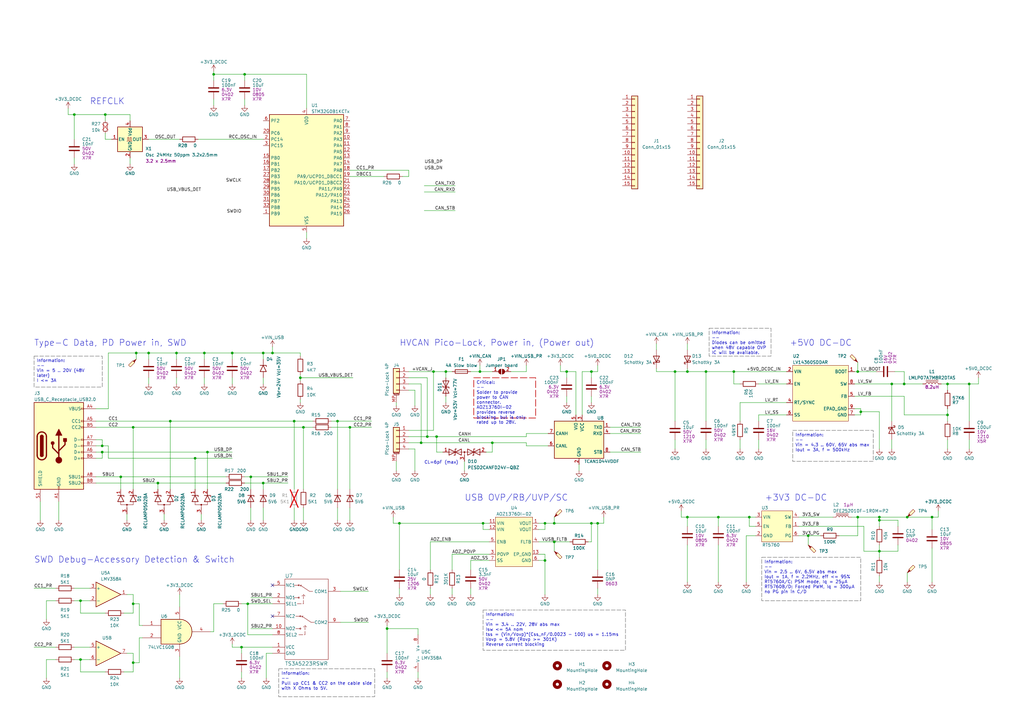
<source format=kicad_sch>
(kicad_sch (version 20230121) (generator eeschema)
  (paper "A3")
  (title_block (title "CANnify Micro HV Pico-Lock") (date "05 Nov 2023") (rev "A") (comment 1 "Isaikin R.E.") (comment 4 "Draft") (comment 5 "VB128A"))
  (junction (at 198.12 214.63))
  (junction (at 276.86 152.4))
  (junction (at 172.72 181.61))
  (junction (at 242.57 152.4))
  (junction (at 351.79 212.09))
  (junction (at 360.68 226.06))
  (junction (at 177.8 152.4))
  (junction (at 232.41 152.4))
  (junction (at 227.33 222.25))
  (junction (at 138.43 172.72))
  (junction (at 60.96 144.78))
  (junction (at 101.6 247.65))
  (junction (at 41.91 185.42))
  (junction (at 85.09 185.42))
  (junction (at 80.01 187.96))
  (junction (at 49.53 195.58))
  (junction (at 388.62 157.48))
  (junction (at 307.34 212.09))
  (junction (at 33.02 246.38))
  (junction (at 300.99 152.4))
  (junction (at 289.56 152.4))
  (junction (at 351.79 152.4))
  (junction (at 331.47 219.71))
  (junction (at 107.95 198.12))
  (junction (at 245.11 214.63))
  (junction (at 163.83 214.63))
  (junction (at 294.64 212.09))
  (junction (at 102.87 195.58))
  (junction (at 365.76 157.48))
  (junction (at 123.19 154.94))
  (junction (at 55.88 144.78))
  (junction (at 388.62 170.18))
  (junction (at 397.51 157.48))
  (junction (at 242.57 214.63))
  (junction (at 99.06 265.43))
  (junction (at 353.06 168.91))
  (junction (at 182.88 152.4))
  (junction (at 360.68 212.09))
  (junction (at 372.11 212.09))
  (junction (at 87.63 30.48))
  (junction (at 120.65 172.72))
  (junction (at 54.61 175.26))
  (junction (at 370.84 157.48))
  (junction (at 33.02 270.51))
  (junction (at 143.51 175.26))
  (junction (at 54.61 247.65))
  (junction (at 227.33 214.63))
  (junction (at 281.94 212.09))
  (junction (at 158.75 257.81))
  (junction (at 64.77 198.12))
  (junction (at 281.94 152.4))
  (junction (at 30.48 46.99))
  (junction (at 95.25 144.78))
  (junction (at 111.76 144.78))
  (junction (at 175.26 179.07))
  (junction (at 72.39 144.78))
  (junction (at 83.82 144.78))
  (junction (at 124.46 175.26))
  (junction (at 223.52 229.87))
  (junction (at 201.93 181.61))
  (junction (at 223.52 214.63))
  (junction (at 360.68 213.36))
  (junction (at 43.18 46.99))
  (junction (at 54.61 271.78))
  (junction (at 107.95 144.78))
  (junction (at 41.91 182.88))
  (junction (at 100.33 30.48))
  (junction (at 382.27 212.09))
  (junction (at 69.85 172.72))
  (junction (at 179.07 179.07))
  (junction (at 196.85 152.4))
  (no_connect (at 111.76 252.73))
  (no_connect (at 111.76 240.03))
  (wire (pts (xy 167.64 176.53) (xy 177.8 176.53)))
  (wire (pts (xy 167.64 181.61) (xy 172.72 181.61)))
  (wire (pts (xy 120.65 208.28) (xy 120.65 213.36)))
  (wire (pts (xy 307.34 212.09) (xy 309.88 212.09)))
  (wire (pts (xy 158.75 257.81) (xy 171.45 257.81)))
  (wire (pts (xy 124.46 208.28) (xy 124.46 213.36)))
  (wire (pts (xy 199.39 185.42) (xy 201.93 185.42)))
  (wire (pts (xy 83.82 154.94) (xy 83.82 157.48)))
  (wire (pts (xy 107.95 147.32) (xy 107.95 144.78)))
  (wire (pts (xy 382.27 224.79) (xy 382.27 238.76)))
  (wire (pts (xy 382.27 212.09) (xy 382.27 217.17)))
  (wire (pts (xy 54.61 267.97) (xy 52.07 267.97)))
  (wire (pts (xy 158.75 275.59) (xy 158.75 278.13)))
  (wire (pts (xy 72.39 144.78) (xy 83.82 144.78)))
  (wire (pts (xy 232.41 162.56) (xy 232.41 165.1)))
  (wire (pts (xy 138.43 208.28) (xy 138.43 213.36)))
  (wire (pts (xy 87.63 247.65) (xy 91.44 247.65)))
  (wire (pts (xy 57.15 271.78) (xy 54.61 271.78)))
  (wire (pts (xy 87.63 30.48) (xy 87.63 33.02)))
  (wire (pts (xy 276.86 180.34) (xy 276.86 184.15)))
  (wire (pts (xy 223.52 214.63) (xy 227.33 214.63)))
  (wire (pts (xy 242.57 222.25) (xy 242.57 214.63)))
  (wire (pts (xy 175.26 179.07) (xy 179.07 179.07)))
  (wire (pts (xy 102.87 257.81) (xy 111.76 257.81)))
  (polyline (pts (xy 41.91 53.34) (xy 44.45 50.8)) (stroke (width 0) (color 194 0 0 1)))
  (wire (pts (xy 223.52 217.17) (xy 223.52 214.63)))
  (wire (pts (xy 303.53 165.1) (xy 303.53 172.72)))
  (wire (pts (xy 123.19 154.94) (xy 123.19 156.21)))
  (wire (pts (xy 120.65 200.66) (xy 120.65 172.72)))
  (wire (pts (xy 54.61 247.65) (xy 54.61 243.84)))
  (wire (pts (xy 279.4 209.55) (xy 279.4 212.09)))
  (wire (pts (xy 365.76 180.34) (xy 365.76 184.15)))
  (wire (pts (xy 57.15 261.62) (xy 57.15 271.78)))
  (wire (pts (xy 245.11 214.63) (xy 245.11 233.68)))
  (wire (pts (xy 179.07 179.07) (xy 215.9 179.07)))
  (wire (pts (xy 351.79 212.09) (xy 360.68 212.09)))
  (wire (pts (xy 193.04 229.87) (xy 200.66 229.87)))
  (wire (pts (xy 368.3 213.36) (xy 360.68 213.36)))
  (wire (pts (xy 327.66 219.71) (xy 331.47 219.71)))
  (wire (pts (xy 349.25 212.09) (xy 351.79 212.09)))
  (wire (pts (xy 44.45 144.78) (xy 44.45 167.64)))
  (wire (pts (xy 125.73 95.25) (xy 125.73 97.79)))
  (wire (pts (xy 242.57 162.56) (xy 242.57 165.1)))
  (wire (pts (xy 41.91 180.34) (xy 41.91 182.88)))
  (wire (pts (xy 33.02 275.59) (xy 33.02 270.51)))
  (wire (pts (xy 276.86 172.72) (xy 276.86 152.4)))
  (wire (pts (xy 167.64 154.94) (xy 175.26 154.94)))
  (wire (pts (xy 39.37 180.34) (xy 41.91 180.34)))
  (wire (pts (xy 311.15 180.34) (xy 311.15 184.15)))
  (wire (pts (xy 109.22 267.97) (xy 111.76 267.97)))
  (wire (pts (xy 100.33 198.12) (xy 107.95 198.12)))
  (wire (pts (xy 175.26 179.07) (xy 167.64 179.07)))
  (wire (pts (xy 162.56 189.23) (xy 162.56 193.04)))
  (wire (pts (xy 177.8 152.4) (xy 167.64 152.4)))
  (wire (pts (xy 220.98 227.33) (xy 223.52 227.33)))
  (wire (pts (xy 43.18 46.99) (xy 43.18 49.53)))
  (wire (pts (xy 196.85 152.4) (xy 193.04 152.4)))
  (wire (pts (xy 81.28 57.15) (xy 107.95 57.15)))
  (wire (pts (xy 220.98 217.17) (xy 223.52 217.17)))
  (wire (pts (xy 167.64 72.39) (xy 165.1 72.39)))
  (wire (pts (xy 171.45 275.59) (xy 171.45 278.13)))
  (wire (pts (xy 220.98 229.87) (xy 223.52 229.87)))
  (wire (pts (xy 64.77 198.12) (xy 39.37 198.12)))
  (wire (pts (xy 27.94 44.45) (xy 27.94 46.99)))
  (wire (pts (xy 300.99 152.4) (xy 300.99 157.48)))
  (wire (pts (xy 19.05 254) (xy 19.05 246.38)))
  (wire (pts (xy 215.9 182.88) (xy 215.9 181.61)))
  (wire (pts (xy 95.25 144.78) (xy 95.25 147.32)))
  (wire (pts (xy 232.41 152.4) (xy 236.22 152.4)))
  (wire (pts (xy 179.07 185.42) (xy 179.07 179.07)))
  (wire (pts (xy 43.18 57.15) (xy 43.18 54.61)))
  (wire (pts (xy 224.79 177.8) (xy 215.9 177.8)))
  (wire (pts (xy 397.51 172.72) (xy 397.51 157.48)))
  (wire (pts (xy 43.18 46.99) (xy 53.34 46.99)))
  (wire (pts (xy 281.94 215.9) (xy 281.94 212.09)))
  (wire (pts (xy 281.94 151.13) (xy 281.94 152.4)))
  (wire (pts (xy 269.24 151.13) (xy 269.24 152.4)))
  (wire (pts (xy 54.61 175.26) (xy 124.46 175.26)))
  (wire (pts (xy 54.61 251.46) (xy 54.61 247.65)))
  (wire (pts (xy 388.62 180.34) (xy 388.62 184.15)))
  (wire (pts (xy 250.19 185.42) (xy 262.89 185.42)))
  (wire (pts (xy 135.89 172.72) (xy 138.43 172.72)))
  (wire (pts (xy 41.91 187.96) (xy 39.37 187.96)))
  (wire (pts (xy 247.65 214.63) (xy 245.11 214.63)))
  (wire (pts (xy 370.84 157.48) (xy 378.46 157.48)))
  (wire (pts (xy 306.07 238.76) (xy 306.07 219.71)))
  (wire (pts (xy 123.19 163.83) (xy 123.19 165.1)))
  (wire (pts (xy 170.18 184.15) (xy 167.64 184.15)))
  (wire (pts (xy 107.95 198.12) (xy 107.95 200.66)))
  (wire (pts (xy 41.91 182.88) (xy 44.45 182.88)))
  (wire (pts (xy 344.17 219.71) (xy 351.79 219.71)))
  (wire (pts (xy 370.84 162.56) (xy 370.84 170.18)))
  (wire (pts (xy 372.11 234.95) (xy 372.11 238.76)))
  (wire (pts (xy 125.73 30.48) (xy 125.73 44.45)))
  (wire (pts (xy 60.96 144.78) (xy 72.39 144.78)))
  (wire (pts (xy 170.18 166.37) (xy 170.18 160.02)))
  (wire (pts (xy 281.94 212.09) (xy 294.64 212.09)))
  (wire (pts (xy 388.62 172.72) (xy 388.62 170.18)))
  (wire (pts (xy 360.68 212.09) (xy 360.68 213.36)))
  (wire (pts (xy 19.05 278.13) (xy 19.05 270.51)))
  (wire (pts (xy 245.11 241.3) (xy 245.11 243.84)))
  (wire (pts (xy 388.62 157.48) (xy 388.62 160.02)))
  (wire (pts (xy 350.52 152.4) (xy 351.79 152.4)))
  (wire (pts (xy 185.42 227.33) (xy 200.66 227.33)))
  (wire (pts (xy 198.12 214.63) (xy 200.66 214.63)))
  (wire (pts (xy 388.62 170.18) (xy 388.62 167.64)))
  (wire (pts (xy 289.56 152.4) (xy 300.99 152.4)))
  (wire (pts (xy 294.64 215.9) (xy 294.64 212.09)))
  (wire (pts (xy 52.07 210.82) (xy 52.07 213.36)))
  (wire (pts (xy 401.32 154.94) (xy 401.32 157.48)))
  (wire (pts (xy 350.52 167.64) (xy 353.06 167.64)))
  (wire (pts (xy 158.75 256.54) (xy 158.75 257.81)))
  (wire (pts (xy 49.53 195.58) (xy 39.37 195.58)))
  (wire (pts (xy 269.24 140.97) (xy 269.24 143.51)))
  (wire (pts (xy 100.33 40.64) (xy 100.33 43.18)))
  (wire (pts (xy 247.65 214.63) (xy 247.65 212.09)))
  (wire (pts (xy 99.06 265.43) (xy 111.76 265.43)))
  (wire (pts (xy 198.12 217.17) (xy 198.12 214.63)))
  (wire (pts (xy 193.04 233.68) (xy 193.04 229.87)))
  (wire (pts (xy 50.8 275.59) (xy 54.61 275.59)))
  (wire (pts (xy 30.48 64.77) (xy 30.48 67.31)))
  (wire (pts (xy 289.56 180.34) (xy 289.56 184.15)))
  (wire (pts (xy 120.65 172.72) (xy 69.85 172.72)))
  (wire (pts (xy 360.68 212.09) (xy 372.11 212.09)))
  (wire (pts (xy 294.64 223.52) (xy 294.64 238.76)))
  (wire (pts (xy 53.34 46.99) (xy 53.34 49.53)))
  (wire (pts (xy 242.57 214.63) (xy 245.11 214.63)))
  (wire (pts (xy 209.55 152.4) (xy 215.9 152.4)))
  (wire (pts (xy 172.72 157.48) (xy 167.64 157.48)))
  (wire (pts (xy 58.42 256.54) (xy 57.15 256.54)))
  (wire (pts (xy 360.68 184.15) (xy 360.68 168.91)))
  (wire (pts (xy 101.6 247.65) (xy 111.76 247.65)))
  (wire (pts (xy 95.25 264.16) (xy 95.25 265.43)))
  (wire (pts (xy 182.88 152.4) (xy 185.42 152.4)))
  (wire (pts (xy 382.27 212.09) (xy 384.81 212.09)))
  (wire (pts (xy 171.45 257.81) (xy 171.45 260.35)))
  (wire (pts (xy 182.88 162.56) (xy 182.88 165.1)))
  (wire (pts (xy 109.22 278.13) (xy 109.22 267.97)))
  (wire (pts (xy 85.09 185.42) (xy 95.25 185.42)))
  (wire (pts (xy 72.39 154.94) (xy 72.39 157.48)))
  (wire (pts (xy 120.65 172.72) (xy 128.27 172.72)))
  (wire (pts (xy 44.45 187.96) (xy 44.45 182.88)))
  (wire (pts (xy 123.19 146.05) (xy 123.19 144.78)))
  (wire (pts (xy 102.87 245.11) (xy 111.76 245.11)))
  (wire (pts (xy 64.77 200.66) (xy 64.77 198.12)))
  (wire (pts (xy 354.33 226.06) (xy 354.33 215.9)))
  (wire (pts (xy 73.66 243.84) (xy 73.66 248.92)))
  (wire (pts (xy 13.97 265.43) (xy 22.86 265.43)))
  (wire (pts (xy 60.96 144.78) (xy 60.96 147.32)))
  (wire (pts (xy 238.76 152.4) (xy 238.76 170.18)))
  (wire (pts (xy 281.94 223.52) (xy 281.94 238.76)))
  (wire (pts (xy 229.87 152.4) (xy 232.41 152.4)))
  (wire (pts (xy 82.55 210.82) (xy 82.55 213.36)))
  (wire (pts (xy 215.9 177.8) (xy 215.9 179.07)))
  (wire (pts (xy 237.49 190.5) (xy 237.49 193.04)))
  (wire (pts (xy 353.06 170.18) (xy 350.52 170.18)))
  (wire (pts (xy 107.95 144.78) (xy 111.76 144.78)))
  (wire (pts (xy 107.95 144.78) (xy 95.25 144.78)))
  (wire (pts (xy 54.61 271.78) (xy 54.61 267.97)))
  (wire (pts (xy 172.72 181.61) (xy 201.93 181.61)))
  (wire (pts (xy 241.3 222.25) (xy 242.57 222.25)))
  (wire (pts (xy 44.45 187.96) (xy 80.01 187.96)))
  (wire (pts (xy 102.87 195.58) (xy 118.11 195.58)))
  (wire (pts (xy 41.91 185.42) (xy 85.09 185.42)))
  (wire (pts (xy 50.8 251.46) (xy 54.61 251.46)))
  (wire (pts (xy 242.57 152.4) (xy 238.76 152.4)))
  (wire (pts (xy 360.68 226.06) (xy 360.68 228.6)))
  (wire (pts (xy 43.18 275.59) (xy 33.02 275.59)))
  (wire (pts (xy 229.87 149.86) (xy 229.87 152.4)))
  (wire (pts (xy 368.3 215.9) (xy 368.3 213.36)))
  (wire (pts (xy 19.05 246.38) (xy 22.86 246.38)))
  (wire (pts (xy 227.33 214.63) (xy 242.57 214.63)))
  (wire (pts (xy 294.64 212.09) (xy 307.34 212.09)))
  (wire (pts (xy 55.88 144.78) (xy 55.88 147.32)))
  (wire (pts (xy 111.76 144.78) (xy 111.76 142.24)))
  (wire (pts (xy 33.02 251.46) (xy 33.02 246.38)))
  (wire (pts (xy 60.96 154.94) (xy 60.96 157.48)))
  (wire (pts (xy 170.18 193.04) (xy 170.18 184.15)))
  (wire (pts (xy 370.84 152.4) (xy 370.84 157.48)))
  (wire (pts (xy 80.01 187.96) (xy 95.25 187.96)))
  (wire (pts (xy 300.99 157.48) (xy 303.53 157.48)))
  (wire (pts (xy 39.37 167.64) (xy 44.45 167.64)))
  (wire (pts (xy 306.07 219.71) (xy 309.88 219.71)))
  (wire (pts (xy 139.7 255.27) (xy 151.13 255.27)))
  (wire (pts (xy 281.94 212.09) (xy 279.4 212.09)))
  (wire (pts (xy 41.91 182.88) (xy 39.37 182.88)))
  (wire (pts (xy 101.6 260.35) (xy 101.6 247.65)))
  (wire (pts (xy 58.42 261.62) (xy 57.15 261.62)))
  (wire (pts (xy 281.94 140.97) (xy 281.94 143.51)))
  (wire (pts (xy 30.48 46.99) (xy 43.18 46.99)))
  (wire (pts (xy 124.46 175.26) (xy 124.46 200.66)))
  (wire (pts (xy 102.87 195.58) (xy 102.87 200.66)))
  (wire (pts (xy 224.79 182.88) (xy 215.9 182.88)))
  (wire (pts (xy 41.91 185.42) (xy 41.91 187.96)))
  (wire (pts (xy 54.61 275.59) (xy 54.61 271.78)))
  (wire (pts (xy 100.33 195.58) (xy 102.87 195.58)))
  (wire (pts (xy 33.02 246.38) (xy 36.83 246.38)))
  (wire (pts (xy 139.7 242.57) (xy 151.13 242.57)))
  (wire (pts (xy 289.56 172.72) (xy 289.56 152.4)))
  (wire (pts (xy 176.53 222.25) (xy 200.66 222.25)))
  (wire (pts (xy 170.18 160.02) (xy 167.64 160.02)))
  (wire (pts (xy 309.88 215.9) (xy 307.34 215.9)))
  (wire (pts (xy 143.51 69.85) (xy 167.64 69.85)))
  (wire (pts (xy 269.24 152.4) (xy 276.86 152.4)))
  (wire (pts (xy 73.66 269.24) (xy 73.66 278.13)))
  (wire (pts (xy 85.09 185.42) (xy 85.09 200.66)))
  (wire (pts (xy 353.06 167.64) (xy 353.06 168.91)))
  (wire (pts (xy 242.57 154.94) (xy 242.57 152.4)))
  (wire (pts (xy 177.8 152.4) (xy 182.88 152.4)))
  (wire (pts (xy 236.22 152.4) (xy 236.22 170.18)))
  (wire (pts (xy 107.95 154.94) (xy 107.95 157.48)))
  (wire (pts (xy 143.51 175.26) (xy 143.51 200.66)))
  (wire (pts (xy 107.95 198.12) (xy 118.11 198.12)))
  (wire (pts (xy 57.15 247.65) (xy 54.61 247.65)))
  (wire (pts (xy 33.02 270.51) (xy 36.83 270.51)))
  (wire (pts (xy 67.31 210.82) (xy 67.31 213.36)))
  (wire (pts (xy 57.15 256.54) (xy 57.15 247.65)))
  (wire (pts (xy 172.72 181.61) (xy 172.72 157.48)))
  (wire (pts (xy 250.19 177.8) (xy 262.89 177.8)))
  (wire (pts (xy 200.66 217.17) (xy 198.12 217.17)))
  (wire (pts (xy 368.3 226.06) (xy 360.68 226.06)))
  (wire (pts (xy 384.81 209.55) (xy 384.81 212.09)))
  (wire (pts (xy 87.63 259.08) (xy 86.36 259.08)))
  (wire (pts (xy 83.82 144.78) (xy 83.82 147.32)))
  (wire (pts (xy 99.06 275.59) (xy 99.06 278.13)))
  (wire (pts (xy 220.98 214.63) (xy 223.52 214.63)))
  (wire (pts (xy 138.43 172.72) (xy 152.4 172.72)))
  (wire (pts (xy 45.72 57.15) (xy 43.18 57.15)))
  (wire (pts (xy 311.15 172.72) (xy 311.15 170.18)))
  (wire (pts (xy 30.48 270.51) (xy 33.02 270.51)))
  (wire (pts (xy 135.89 175.26) (xy 143.51 175.26)))
  (wire (pts (xy 307.34 215.9) (xy 307.34 212.09)))
  (wire (pts (xy 60.96 57.15) (xy 73.66 57.15)))
  (wire (pts (xy 39.37 185.42) (xy 41.91 185.42)))
  (wire (pts (xy 331.47 219.71) (xy 336.55 219.71)))
  (wire (pts (xy 30.48 265.43) (xy 36.83 265.43)))
  (wire (pts (xy 99.06 247.65) (xy 101.6 247.65)))
  (wire (pts (xy 69.85 172.72) (xy 69.85 200.66)))
  (wire (pts (xy 124.46 175.26) (xy 128.27 175.26)))
  (wire (pts (xy 176.53 241.3) (xy 176.53 243.84)))
  (wire (pts (xy 327.66 215.9) (xy 354.33 215.9)))
  (wire (pts (xy 138.43 172.72) (xy 138.43 200.66)))
  (wire (pts (xy 397.51 157.48) (xy 401.32 157.48)))
  (wire (pts (xy 53.34 64.77) (xy 53.34 67.31)))
  (wire (pts (xy 250.19 175.26) (xy 262.89 175.26)))
  (wire (pts (xy 223.52 227.33) (xy 223.52 229.87)))
  (wire (pts (xy 162.56 165.1) (xy 162.56 166.37)))
  (wire (pts (xy 360.68 226.06) (xy 354.33 226.06)))
  (wire (pts (xy 232.41 154.94) (xy 232.41 152.4)))
  (wire (pts (xy 123.19 153.67) (xy 123.19 154.94)))
  (wire (pts (xy 350.52 157.48) (xy 365.76 157.48)))
  (wire (pts (xy 360.68 168.91) (xy 353.06 168.91)))
  (wire (pts (xy 111.76 260.35) (xy 101.6 260.35)))
  (wire (pts (xy 107.95 208.28) (xy 107.95 213.36)))
  (wire (pts (xy 167.64 69.85) (xy 167.64 72.39)))
  (wire (pts (xy 220.98 222.25) (xy 227.33 222.25)))
  (wire (pts (xy 163.83 214.63) (xy 163.83 233.68)))
  (wire (pts (xy 360.68 213.36) (xy 360.68 215.9)))
  (wire (pts (xy 30.48 241.3) (xy 36.83 241.3)))
  (wire (pts (xy 13.97 241.3) (xy 22.86 241.3)))
  (wire (pts (xy 39.37 175.26) (xy 54.61 175.26)))
  (wire (pts (xy 300.99 152.4) (xy 322.58 152.4)))
  (wire (pts (xy 281.94 152.4) (xy 289.56 152.4)))
  (wire (pts (xy 123.19 154.94) (xy 144.78 154.94)))
  (wire (pts (xy 227.33 222.25) (xy 227.33 226.06)))
  (wire (pts (xy 87.63 247.65) (xy 87.63 259.08)))
  (wire (pts (xy 351.79 152.4) (xy 359.41 152.4)))
  (wire (pts (xy 54.61 175.26) (xy 54.61 200.66)))
  (wire (pts (xy 100.33 30.48) (xy 100.33 33.02)))
  (wire (pts (xy 99.06 267.97) (xy 99.06 265.43)))
  (wire (pts (xy 49.53 195.58) (xy 92.71 195.58)))
  (wire (pts (xy 49.53 200.66) (xy 49.53 195.58)))
  (wire (pts (xy 123.19 144.78) (xy 111.76 144.78)))
  (wire (pts (xy 372.11 212.09) (xy 382.27 212.09)))
  (wire (pts (xy 227.33 222.25) (xy 233.68 222.25)))
  (wire (pts (xy 360.68 223.52) (xy 360.68 226.06)))
  (wire (pts (xy 54.61 243.84) (xy 52.07 243.84)))
  (wire (pts (xy 327.66 212.09) (xy 341.63 212.09)))
  (wire (pts (xy 368.3 223.52) (xy 368.3 226.06)))
  (wire (pts (xy 351.79 148.59) (xy 351.79 152.4)))
  (wire (pts (xy 350.52 162.56) (xy 370.84 162.56)))
  (wire (pts (xy 196.85 149.86) (xy 196.85 152.4)))
  (wire (pts (xy 87.63 30.48) (xy 100.33 30.48)))
  (wire (pts (xy 201.93 181.61) (xy 215.9 181.61)))
  (wire (pts (xy 245.11 149.86) (xy 245.11 152.4)))
  (wire (pts (xy 185.42 233.68) (xy 185.42 227.33)))
  (wire (pts (xy 223.52 243.84) (xy 223.52 229.87)))
  (wire (pts (xy 83.82 144.78) (xy 95.25 144.78)))
  (wire (pts (xy 196.85 152.4) (xy 201.93 152.4)))
  (wire (pts (xy 100.33 30.48) (xy 125.73 30.48)))
  (wire (pts (xy 43.18 251.46) (xy 33.02 251.46)))
  (wire (pts (xy 177.8 176.53) (xy 177.8 152.4)))
  (wire (pts (xy 173.99 78.74) (xy 186.69 78.74)))
  (wire (pts (xy 303.53 180.34) (xy 303.53 184.15)))
  (wire (pts (xy 365.76 157.48) (xy 365.76 172.72)))
  (wire (pts (xy 87.63 29.21) (xy 87.63 30.48)))
  (wire (pts (xy 173.99 86.36) (xy 186.69 86.36)))
  (wire (pts (xy 311.15 170.18) (xy 322.58 170.18)))
  (wire (pts (xy 44.45 144.78) (xy 55.88 144.78)))
  (wire (pts (xy 30.48 46.99) (xy 27.94 46.99)))
  (wire (pts (xy 161.29 214.63) (xy 163.83 214.63)))
  (wire (pts (xy 173.99 76.2) (xy 186.69 76.2)))
  (wire (pts (xy 19.05 270.51) (xy 22.86 270.51)))
  (wire (pts (xy 353.06 168.91) (xy 353.06 170.18)))
  (wire (pts (xy 182.88 152.4) (xy 182.88 154.94)))
  (wire (pts (xy 215.9 152.4) (xy 215.9 149.86)))
  (wire (pts (xy 158.75 257.81) (xy 158.75 267.97)))
  (wire (pts (xy 185.42 241.3) (xy 185.42 243.84)))
  (wire (pts (xy 245.11 152.4) (xy 242.57 152.4)))
  (wire (pts (xy 64.77 198.12) (xy 92.71 198.12)))
  (wire (pts (xy 311.15 157.48) (xy 322.58 157.48)))
  (wire (pts (xy 370.84 170.18) (xy 388.62 170.18)))
  (wire (pts (xy 72.39 144.78) (xy 72.39 147.32)))
  (wire (pts (xy 397.51 180.34) (xy 397.51 184.15)))
  (wire (pts (xy 161.29 212.09) (xy 161.29 214.63)))
  (wire (pts (xy 303.53 165.1) (xy 322.58 165.1)))
  (wire (pts (xy 16.51 205.74) (xy 16.51 213.36)))
  (wire (pts (xy 95.25 265.43) (xy 99.06 265.43)))
  (wire (pts (xy 365.76 157.48) (xy 370.84 157.48)))
  (wire (pts (xy 87.63 40.64) (xy 87.63 43.18)))
  (wire (pts (xy 190.5 189.23) (xy 190.5 193.04)))
  (wire (pts (xy 24.13 205.74) (xy 24.13 213.36)))
  (wire (pts (xy 351.79 219.71) (xy 351.79 212.09)))
  (wire (pts (xy 55.88 144.78) (xy 60.96 144.78)))
  (wire (pts (xy 388.62 157.48) (xy 397.51 157.48)))
  (wire (pts (xy 143.51 175.26) (xy 152.4 175.26)))
  (wire (pts (xy 331.47 219.71) (xy 331.47 223.52)))
  (wire (pts (xy 176.53 233.68) (xy 176.53 222.25)))
  (wire (pts (xy 227.33 212.09) (xy 227.33 214.63)))
  (wire (pts (xy 143.51 208.28) (xy 143.51 213.36)))
  (wire (pts (xy 143.51 72.39) (xy 157.48 72.39)))
  (polyline (pts (xy 41.91 50.8) (xy 44.45 53.34)) (stroke (width 0) (color 194 0 0 1)))
  (wire (pts (xy 175.26 154.94) (xy 175.26 179.07)))
  (wire (pts (xy 281.94 152.4) (xy 276.86 152.4)))
  (wire (pts (xy 181.61 185.42) (xy 179.07 185.42)))
  (wire (pts (xy 360.68 236.22) (xy 360.68 238.76)))
  (wire (pts (xy 30.48 246.38) (xy 33.02 246.38)))
  (wire (pts (xy 30.48 57.15) (xy 30.48 46.99)))
  (wire (pts (xy 163.83 241.3) (xy 163.83 243.84)))
  (wire (pts (xy 201.93 185.42) (xy 201.93 181.61)))
  (wire (pts (xy 193.04 241.3) (xy 193.04 243.84)))
  (wire (pts (xy 95.25 154.94) (xy 95.25 157.48)))
  (wire (pts (xy 102.87 208.28) (xy 102.87 213.36)))
  (wire (pts (xy 39.37 172.72) (xy 69.85 172.72)))
  (wire (pts (xy 163.83 214.63) (xy 198.12 214.63)))
  (wire (pts (xy 80.01 187.96) (xy 80.01 200.66)))
  (wire (pts (xy 367.03 152.4) (xy 370.84 152.4)))
  (wire (pts (xy 386.08 157.48) (xy 388.62 157.48)))
  (text_box "Information:\n--\nVin = 3.4 .. 22V, 28V abs max\nIsw <= 5A nom\ntss = (Vin/Vovp)*(Css_nF/0.0023 - 100) us = 1.15ms\nVovp = 5.8V (Rovp >= 301K)\nReverse current blocking" (at 198.12 250.19 0) (size 58.42 16.51) (stroke (width 0.1524) (type dash) (color 72 72 72 1)) (effects (font (size 1.27 1.27)) (justify left top)))
  (text_box "Critical:\n--\nSolder to provide power to CAN connector.\nAOZ1376DI-02 provides reverse blocking, but is only rated up to 28V." (at 194.31 154.94 0) (size 25.4 16.51) (stroke (width 0.254) (type dash) (color 194 0 0 1)) (effects (font (size 1.27 1.27)) (justify left top)))
  (text_box "Information:\n--\nVin = 5 .. 20V (48V later)\nI <= 3A" (at 13.97 146.05 0) (size 27.94 12.7) (stroke (width 0.1524) (type dash) (color 72 72 72 1)) (effects (font (size 1.27 1.27)) (justify left top)))
  (text_box "Information:\n--\nVin = 2.5 .. 6V, 6.5V abs max\nIout = 1A, f = 2.2MHz, eff <= 95%\nRT5760A/C: PSM mode, Iq = 25µA\nRT5760B/D: Forced PWM, Iq = 300µA\nno PG pin in C/D" (at 312.42 228.6 0) (size 40.64 17.78) (stroke (width 0.1524) (type dash) (color 72 72 72 1)) (effects (font (size 1.27 1.27)) (justify left top)))
  (text_box "Information:\n--\nDiodes can be omitted when 48V capable OVP IC will be available." (at 290.83 134.62 0) (size 25.4 11.43) (stroke (width 0.1524) (type dash) (color 72 72 72 1)) (effects (font (size 1.27 1.27)) (justify left top)))
  (text_box "Information:\n--\nVin = 4.3 .. 60V, 65V abs max\nIout = 3A, f = 500kHz" (at 325.12 176.53 0) (size 33.02 12.7) (stroke (width 0.1524) (type dash) (color 72 72 72 1)) (effects (font (size 1.27 1.27)) (justify left top)))
  (text_box "Information:\n--\nPull up CC1 & CC2 on the cable side with X Ohms to 5V." (at 114.3 274.32 0) (size 39.37 11.43) (stroke (width 0.1524) (type dash) (color 72 72 72 1)) (effects (font (size 1.27 1.27)) (justify left top)))
  (text "+3V3 DC-DC" (at 313.69 205.74 0) (effects (font (size 2.54 2.54)) (justify left bottom)))
  (text "HVCAN Pico-Lock, Power in, (Power out)" (at 163.83 142.24 0) (effects (font (size 2.54 2.54)) (justify left bottom)))
  (text "Type-C Data, PD Power in, SWD" (at 13.97 142.24 0) (effects (font (size 2.54 2.54)) (justify left bottom)))
  (text "CL=6pF (max)" (at 173.99 190.5 0) (effects (font (size 1.27 1.27)) (justify left bottom)))
  (text "REFCLK" (at 36.83 43.18 0) (effects (font (size 2.54 2.54)) (justify left bottom)))
  (text "+5V0 DC-DC" (at 323.85 142.24 0) (effects (font (size 2.54 2.54)) (justify left bottom)))
  (text "USB OVP/RB/UVP/SC" (at 190.5 205.74 0) (effects (font (size 2.54 2.54)) (justify left bottom)))
  (text "SWD Debug-Accessory Detection & Switch" (at 13.97 231.14 0) (effects (font (size 2.54 2.54)) (justify left bottom)))
  (label "CAN_TXD" (at 186.69 76.2 180))
  (label "LV_SW" (at 351.79 157.48 0))
  (label "AOZ_ENB" (at 176.53 222.25 0))
  (label "CC2" (at 44.45 175.26 0))
  (label "CC2_PR" (at 13.97 265.43 0))
  (label "OSC_OUT" (at 63.5 57.15 0))
  (label "USB_DP" (at 181.61 67.31 180))
  (label "CC2_PR" (at 152.4 175.26 180))
  (label "CC1_PR" (at 146.05 69.85 0))
  (label "SWDIO" (at 151.13 255.27 180) (property "Intersheetrefs" "${INTERSHEET_REFS}" (effects hide)))
  (label "+VCAN_J" (at 168.91 152.4 0))
  (label "SBU2_PR" (at 118.11 198.12 180))
  (label "3V3_PG" (at 328.93 219.71 0))
  (label "USB_VBUS_DET" (at 82.55 78.74 180) (property "Intersheetrefs" "${INTERSHEET_REFS}" (effects hide)))
  (label "LV_RT" (at 313.69 165.1 0))
  (label "LV_SS" (at 313.69 170.18 0))
  (label "SWDIO" (at 99.06 87.63 180) (property "Intersheetrefs" "${INTERSHEET_REFS}" (effects hide)))
  (label "CAN_STB" (at 186.69 86.36 180))
  (label "+5V0_DCDC_IN" (at 306.07 152.4 0))
  (label "AOZ_POVP" (at 185.42 227.33 0))
  (label "USB_VBUS_DET" (at 144.78 154.94 180) (property "Intersheetrefs" "${INTERSHEET_REFS}" (effects hide)))
  (label "USB_DN" (at 95.25 187.96 180))
  (label "SBU1_PR" (at 102.87 245.11 0))
  (label "CAN_RXD" (at 262.89 177.8 180))
  (label "SBU2_PR" (at 102.87 257.81 0))
  (label "SBU1" (at 41.91 195.58 0))
  (label "USB_DN" (at 181.61 69.85 180))
  (label "CC1_PR" (at 13.97 241.3 0))
  (label "SWCLK" (at 99.06 74.93 180) (property "Intersheetrefs" "${INTERSHEET_REFS}" (effects hide)))
  (label "3V3_FB" (at 328.93 215.9 0))
  (label "CAN_STB" (at 262.89 185.42 180))
  (label "CAN_TXD" (at 262.89 175.26 180))
  (label "SWD_SEL" (at 102.87 247.65 0))
  (label "USB_DP" (at 95.25 185.42 180))
  (label "RCC_OSC_IN" (at 105.41 57.15 180))
  (label "SBU2" (at 58.42 198.12 0))
  (label "SBU1_PR" (at 118.11 195.58 180))
  (label "SWCLK" (at 151.13 242.57 180) (property "Intersheetrefs" "${INTERSHEET_REFS}" (effects hide)))
  (label "CC1_PR" (at 152.4 172.72 180))
  (label "VUSB_FLTB" (at 222.25 222.25 0))
  (label "AOZ_SS" (at 193.04 229.87 0))
  (label "CAN_RXD" (at 186.69 78.74 180))
  (label "DBCC1" (at 146.05 72.39 0))
  (label "CANH" (at 187.96 179.07 0))
  (label "3V3_SW" (at 328.93 212.09 0))
  (label "CANL" (at 187.96 181.61 0))
  (label "LV_BOOT" (at 353.06 152.4 0))
  (label "LV_FB" (at 351.79 162.56 0))
  (label "LV_EN" (at 313.69 157.48 0))
  (label "CC1" (at 44.45 172.72 0))
  (symbol (lib_id "power:GND") (at 53.34 67.31 0) (unit 1)
    (property "Reference" "#PWR063" (effects hide))
    (property "Value" "GND" (at 53.34 71.12 0))
  )
  (symbol (lib_id "Connector:TestPoint_Probe") (at 351.79 148.59 0) (mirror y) (unit 1)
    (property "Reference" "TP2" (at 345.44 146.05 0))
    (property "Value" "TestPoint_Probe" (effects hide))
    (property "Footprint" "TestPoint:TestPoint_Pad_D1.5mm" (effects hide))
  )
  (symbol (lib_id "vhrd_power:+VIN_USB_PR") (at 215.9 149.86 0) (unit 1)
    (property "Reference" "#PWR072" (effects hide))
    (property "Value" "+VIN_USB_PR" (at 215.9 146.05 0))
  )
  (symbol (lib_id "Device:C") (at 95.25 151.13 0) (unit 1)
    (property "Reference" "C4" (at 98.425 147.32 0) (effects (justify left)))
    (property "Value" "10nF" (at 98.425 149.225 0) (effects (justify left)))
    (property "Footprint" "Capacitor_SMD:C_0402_1005Metric" (effects hide))
    (property "Voltage" "50V" (at 98.425 151.13 0) (effects (justify left)))
    (property "Dielectric" "X7R" (at 98.425 154.94 0) (effects (justify left)))
    (property "Package" "0402" (at 98.425 153.035 0) (effects (justify left)))
    (property "Vworking" "20V" (effects hide))
    (property "Mpn1" "CL05B103KB5NNNC" (effects hide))
    (property "Mpn2" "CC0402KRX7R9BB103" (effects hide))
  )
  (symbol (lib_id "Device:R") (at 26.67 270.51 90) (unit 1)
    (property "Reference" "R21" (at 26.67 274.32 90))
    (property "Value" "5K1" (at 26.67 276.86 90))
    (property "Footprint" "Resistor_SMD:R_0402_1005Metric" (effects hide))
    (property "Mpn1" "RMCF0402FT5K10" (effects hide))
    (property "Mpn2" "CR0402-FX-5101GLF" (effects hide))
    (property "Mpn3" "RC0402FR-075K1L" (effects hide))
    (property "Variant" "sbu_swd" (effects hide))
  )
  (symbol (lib_id "Device:D_Zener") (at 143.51 204.47 270) (unit 1)
    (property "Reference" "D7" (at 147.32 203.2 90))
    (property "Value" "5V6" (at 147.32 205.74 90))
    (property "Footprint" "vhrd_diode:D_SOD-523" (effects hide))
    (property "Variant" "sbu_swd" (effects hide))
    (property "Mpn1" "MM5Z5V6T1G" (effects hide))
    (property "Mpn2" "BZT585B5V6T-7" (effects hide))
    (property "Mpn3" "MM5Z5V6T5GF" (effects hide))
  )
  (symbol (lib_id "power:GND") (at 171.45 278.13 0) (unit 1)
    (property "Reference" "#PWR043" (effects hide))
    (property "Value" "GND" (at 171.45 281.94 0))
  )
  (symbol (lib_id "power:GND") (at 143.51 213.36 0) (unit 1)
    (property "Reference" "#PWR045" (effects hide))
    (property "Value" "GND" (at 143.51 217.17 0))
  )
  (symbol (lib_id "power:GND") (at 72.39 157.48 0) (unit 1)
    (property "Reference" "#PWR06" (effects hide))
    (property "Value" "GND" (at 72.39 161.29 0))
  )
  (symbol (lib_id "Device:D_Zener") (at 102.87 204.47 270) (unit 1)
    (property "Reference" "D8" (at 99.06 203.2 90))
    (property "Value" "5V6" (at 99.06 205.74 90))
    (property "Footprint" "vhrd_diode:D_SOD-523" (effects hide))
    (property "Variant" "sbu_swd" (effects hide))
    (property "Mpn1" "MM5Z5V6T1G" (effects hide))
    (property "Mpn2" "BZT585B5V6T-7" (effects hide))
    (property "Mpn3" "MM5Z5V6T5GF" (effects hide))
  )
  (symbol (lib_id "power:GND") (at 82.55 213.36 0) (unit 1)
    (property "Reference" "#PWR09" (effects hide))
    (property "Value" "GND" (at 82.55 217.17 0))
  )
  (symbol (lib_id "Device:C") (at 276.86 176.53 0) (unit 1)
    (property "Reference" "C5" (at 280.035 173.355 0) (effects (justify left)))
    (property "Value" "10uF" (at 280.035 175.26 0) (effects (justify left)))
    (property "Footprint" "Capacitor_SMD:C_1210_3225Metric" (effects hide))
    (property "Voltage" "50V" (at 280.035 177.165 0) (effects (justify left)))
    (property "Mpn1" "Samsung:CL32B106KBJNNNE - ТАМ КУЧА РАЗНЫХ МОДИФИКАЦИЙ" (effects hide))
    (property "Dielectric" "X7R" (at 280.035 180.975 0) (effects (justify left)))
    (property "Package" "1210" (at 280.035 179.07 0) (effects (justify left)))
    (property "Variant" "bp_dc" (effects hide))
    (property "Mpn2" "YAGEO:CC1210KKX7R9BB106" (effects hide))
  )
  (symbol (lib_id "Connector:TestPoint_Probe") (at 331.47 223.52 0) (mirror x) (unit 1)
    (property "Reference" "TP3" (at 337.82 226.06 0))
    (property "Value" "TestPoint_Probe" (effects hide))
    (property "Footprint" "TestPoint:TestPoint_Pad_D1.5mm" (effects hide))
  )
  (symbol (lib_id "power:GND") (at 102.87 213.36 0) (unit 1)
    (property "Reference" "#PWR046" (effects hide))
    (property "Value" "GND" (at 102.87 217.17 0))
  )
  (symbol (lib_id "Device:R") (at 161.29 72.39 90) (unit 1)
    (property "Reference" "R26" (at 158.75 74.93 90))
    (property "Value" "0" (at 163.83 74.93 90))
    (property "Footprint" "Resistor_SMD:R_0402_1005Metric" (effects hide))
    (property "Mpn1" "CR0402-J/-000GLF" (effects hide))
    (property "Mpn2" "RC0402JR-070RL" (effects hide))
  )
  (symbol (lib_id "Device:C") (at 242.57 158.75 0) (unit 1)
    (property "Reference" "C22" (at 245.745 154.94 0) (effects (justify left)))
    (property "Value" "100nF" (at 245.745 156.845 0) (effects (justify left)))
    (property "Footprint" "Capacitor_SMD:C_0402_1005Metric" (effects hide))
    (property "Voltage" "6.3V" (at 245.745 158.75 0) (effects (justify left)))
    (property "Dielectric" "X7R" (at 245.745 162.56 0) (effects (justify left)))
    (property "Package" "0402" (at 245.745 160.655 0) (effects (justify left)))
    (property "Vworking" "3.3V" (effects hide))
    (property "Mpn1" "Samsung:CL05B104KQ5NNNC  " (effects hide))
    (property "Mpn2" "YAGEO:CC0402KRX7R5BB104" (effects hide))
    (property "Variant" "sbu_swd" (effects hide))
  )
  (symbol (lib_id "Connector_Generic:Conn_01x15") (at 260.35 58.42 0) (unit 1)
    (property "Reference" "J1" (at 269.24 57.785 0))
    (property "Value" "Conn_01x15" (at 269.24 60.325 0))
    (property "Footprint" "Connector_PinHeader_2.54mm:PinHeader_1x15_P2.54mm_Vertical" (effects hide))
    (property "Mpn1" "PH1-15-UA" (effects hide))
    (property "Mpn2" "PRPC015SAAN-RC" (effects hide))
    (property "Mpn3" "61301511121" (effects hide))
  )
  (symbol (lib_id "Device:R") (at 340.36 219.71 90) (unit 1)
    (property "Reference" "R9" (at 340.36 217.17 90))
    (property "Value" "100K" (at 340.36 222.25 90))
    (property "Footprint" "Resistor_SMD:R_0402_1005Metric" (effects hide))
    (property "Mpn1" "RMCF0402FT100K" (effects hide))
    (property "Mpn2" "CR0402-FX-1003GLF" (effects hide))
  )
  (symbol (lib_id "power:GND") (at 120.65 213.36 0) (unit 1)
    (property "Reference" "#PWR055" (effects hide))
    (property "Value" "GND" (at 120.65 217.17 0))
  )
  (symbol (lib_id "Amplifier_Operational:LM358") (at 173.99 267.97 0) (unit 3)
    (property "Reference" "U5" (at 172.72 267.335 0) (effects (justify left)))
    (property "Value" "LMV358A" (at 172.72 269.875 0) (effects (justify left)))
    (property "Footprint" "Package_SO:TSSOP-8_3x3mm_P0.65mm" (effects hide))
    (property "Datasheet" "http://www.ti.com/lit/ds/symlink/lm2904-n.pdf" (effects hide))
    (property "Mpn1" "LMV358AIDGKR" (effects hide))
    (property "Variant" "sbu_swd" (effects hide))
  )
  (symbol (lib_id "power:GND") (at 360.68 238.76 0) (unit 1)
    (property "Reference" "#PWR029" (effects hide))
    (property "Value" "GND" (at 360.68 242.57 0))
  )
  (symbol (lib_id "power:GND") (at 176.53 243.84 0) (unit 1)
    (property "Reference" "#PWR035" (effects hide))
    (property "Value" "GND" (at 176.53 247.65 0))
  )
  (symbol (lib_id "Device:C") (at 397.51 176.53 0) (unit 1)
    (property "Reference" "C9" (at 400.685 173.355 0) (effects (justify left)))
    (property "Value" "100uF" (at 400.685 175.26 0) (effects (justify left)))
    (property "Footprint" "Capacitor_SMD:C_1210_3225Metric" (effects hide))
    (property "Voltage" "10V" (at 400.685 177.165 0) (effects (justify left)))
    (property "Mpn1" "Murata:GRM32ER61A107ME20K" (effects hide))
    (property "Dielectric" "X5R" (at 400.685 180.975 0) (effects (justify left)))
    (property "Package" "1210" (at 400.685 179.07 0) (effects (justify left)))
    (property "Variant" "bp_dc" (effects hide))
    (property "Mpn2" "Murata:GRM32ER61A107ME20L  Samsung:CL32A107MPVNNNE" (effects hide))
  )
  (symbol (lib_id "Device:R") (at 77.47 57.15 90) (unit 1)
    (property "Reference" "R28" (at 74.93 59.69 90))
    (property "Value" "0" (at 80.01 59.69 90))
    (property "Footprint" "Resistor_SMD:R_0402_1005Metric" (effects hide))
    (property "Mpn1" "CR0402-J/-000GLF" (effects hide))
    (property "Mpn2" "RC0402JR-070RL" (effects hide))
  )
  (symbol (lib_id "power:GND") (at 138.43 213.36 0) (unit 1)
    (property "Reference" "#PWR044" (effects hide))
    (property "Value" "GND" (at 138.43 217.17 0))
  )
  (symbol (lib_id "power:GND") (at 163.83 243.84 0) (unit 1)
    (property "Reference" "#PWR034" (effects hide))
    (property "Value" "GND" (at 163.83 247.65 0))
  )
  (symbol (lib_id "vhrd_interface_can:TCAN1044VDDF") (at 237.49 180.34 0) (mirror y) (unit 1)
    (property "Reference" "U8" (at 247.65 171.45 0) (effects (justify left)))
    (property "Value" "TCAN1044VDDF" (at 254 189.23 0) (effects (justify left)))
    (property "Footprint" "vhrd_generic:TSOT23-6-TI-DDF0008A" (effects hide))
    (property "Datasheet" "https://www.ti.com/lit/ds/symlink/tcan1044-q1.pdf" (effects hide))
    (property "Mpn1" "TCAN1044VDDFRQ1" (effects hide))
    (property "Mpn2" "TCAN1044AVDDFRQ1" (effects hide))
  )
  (symbol (lib_id "vhrd_power:+VIN_USB_PR") (at 281.94 140.97 0) (unit 1)
    (property "Reference" "#PWR073" (effects hide))
    (property "Value" "+VIN_USB_PR" (at 281.94 137.16 0))
  )
  (symbol (lib_id "power:GND") (at 107.95 213.36 0) (unit 1)
    (property "Reference" "#PWR049" (effects hide))
    (property "Value" "GND" (at 107.95 217.17 0))
  )
  (symbol (lib_id "power:GND") (at 73.66 278.13 0) (unit 1)
    (property "Reference" "#PWR051" (effects hide))
    (property "Value" "GND" (at 73.66 281.94 0))
  )
  (symbol (lib_id "vhrd_power:+5V0_DCDC") (at 245.11 149.86 0) (unit 1)
    (property "Reference" "#PWR066" (effects hide))
    (property "Value" "+5V0_DCDC" (at 245.11 146.05 0))
  )
  (symbol (lib_id "power:GND") (at 87.63 43.18 0) (unit 1)
    (property "Reference" "#PWR057" (effects hide))
    (property "Value" "GND" (at 87.63 46.99 0))
  )
  (symbol (lib_id "Device:L_Iron") (at 382.27 157.48 90) (unit 1)
    (property "Reference" "L1" (at 382.27 152.4 90))
    (property "Value" "LMLP07A7M8R2DTAS" (at 382.27 154.94 90))
    (property "Footprint" "vhrd_inductor:LMLP07A7" (effects hide))
    (property "Irated" "4.5A" (effects hide))
    (property "Inductance" "8.2uH" (at 382.27 158.75 90))
    (property "Isat" "6A" (effects hide))
    (property "Variant" "bp_dc" (effects hide))
  )
  (symbol (lib_id "vhrd_power:+3V3_DCDC") (at 229.87 149.86 0) (unit 1)
    (property "Reference" "#PWR067" (effects hide))
    (property "Value" "+3V3_DCDC" (at 229.87 146.05 0))
  )
  (symbol (lib_id "Connector:TestPoint_Probe") (at 55.88 147.32 180) (unit 1)
    (property "Reference" "TP1" (at 49.53 149.86 0))
    (property "Value" "TestPoint_Probe" (effects hide))
    (property "Footprint" "TestPoint:TestPoint_Pad_D1.5mm" (effects hide))
  )
  (symbol (lib_id "Power_Protection:RCLAMP0502BA") (at 52.07 205.74 90) (unit 1)
    (property "Reference" "D1" (at 57.15 204.47 0))
    (property "Value" "RCLAMP0502BA" (at 59.69 209.55 0))
    (property "Footprint" "vhrd_generic:SOT-416" (effects hide))
    (property "Datasheet" "https://www.semtech.com/products/circuit-protection/low-capacitance/rclamp0502ba" (effects hide))
    (property "Mpn1" "RCLAMP0502BATCT" (effects hide))
    (property "Variant" "sbu_swd" (effects hide))
  )
  (symbol (lib_id "power:GND") (at 83.82 157.48 0) (unit 1)
    (property "Reference" "#PWR07" (effects hide))
    (property "Value" "GND" (at 83.82 161.29 0))
  )
  (symbol (lib_id "power:GND") (at 242.57 165.1 0) (unit 1)
    (property "Reference" "#PWR064" (effects hide))
    (property "Value" "GND" (at 242.57 168.91 0))
  )
  (symbol (lib_id "Device:C") (at 158.75 271.78 0) (unit 1)
    (property "Reference" "C17" (at 161.925 267.97 0) (effects (justify left)))
    (property "Value" "100nF" (at 161.925 269.875 0) (effects (justify left)))
    (property "Footprint" "Capacitor_SMD:C_0402_1005Metric" (effects hide))
    (property "Voltage" "6.3V" (at 161.925 271.78 0) (effects (justify left)))
    (property "Dielectric" "X7R" (at 161.925 275.59 0) (effects (justify left)))
    (property "Package" "0402" (at 161.925 273.685 0) (effects (justify left)))
    (property "Vworking" "3.3V" (effects hide))
    (property "Mpn1" "Samsung:CL05B104KQ5NNNC  " (effects hide))
    (property "Mpn2" "YAGEO:CC0402KRX7R5BB104" (effects hide))
    (property "Variant" "sbu_swd" (effects hide))
  )
  (symbol (lib_id "power:GND") (at 372.11 238.76 0) (unit 1)
    (property "Reference" "#PWR030" (effects hide))
    (property "Value" "GND" (at 372.11 242.57 0))
  )
  (symbol (lib_id "Device:R") (at 120.65 204.47 180) (unit 1) (dnp yes)
    (property "Reference" "R1" (at 116.84 203.2 0))
    (property "Value" "5K1" (at 116.84 205.74 0))
    (property "Footprint" "Resistor_SMD:R_0402_1005Metric" (effects hide))
    (property "Mpn1" "RMCF0402FT5K10" (effects hide))
    (property "Mpn2" "CR0402-FX-5101GLF" (effects hide))
    (property "Mpn3" "RC0402FR-075K1L" (effects hide))
  )
  (symbol (lib_id "Device:C") (at 72.39 151.13 0) (unit 1)
    (property "Reference" "C2" (at 75.565 147.32 0) (effects (justify left)))
    (property "Value" "10nF" (at 75.565 149.225 0) (effects (justify left)))
    (property "Footprint" "Capacitor_SMD:C_0402_1005Metric" (effects hide))
    (property "Voltage" "50V" (at 75.565 151.13 0) (effects (justify left)))
    (property "Dielectric" "X7R" (at 75.565 154.94 0) (effects (justify left)))
    (property "Package" "0402" (at 75.565 153.035 0) (effects (justify left)))
    (property "Vworking" "20V" (effects hide))
    (property "Mpn1" "CL05B103KB5NNNC" (effects hide))
    (property "Mpn2" "CC0402KRX7R9BB103" (effects hide))
  )
  (symbol (lib_id "power:GND") (at 19.05 278.13 0) (unit 1)
    (property "Reference" "#PWR048" (effects hide))
    (property "Value" "GND" (at 19.05 281.94 0))
  )
  (symbol (lib_id "Device:R_Small") (at 43.18 52.07 180) (unit 1)
    (property "Reference" "R27" (at 39.37 50.8 0))
    (property "Value" "10k" (at 39.37 53.34 0))
    (property "Footprint" "Resistor_SMD:R_0402_1005Metric" (effects hide))
    (property "Mpn1" "RMCF0402FT10K0" (effects hide))
    (property "Mpn2" "CR0402-FX-1002GLF" (effects hide))
  )
  (symbol (lib_id "Device:R") (at 185.42 237.49 0) (unit 1)
    (property "Reference" "R13" (at 187.96 237.49 90))
    (property "Value" "301K" (at 182.88 237.49 90))
    (property "Footprint" "Resistor_SMD:R_0402_1005Metric" (effects hide))
    (property "Mpn1" "RMCF0402FT301K" (effects hide))
    (property "Mpn2" "RC0402FR-07301KL" (effects hide))
  )
  (symbol (lib_id "Device:C") (at 193.04 237.49 0) (unit 1)
    (property "Reference" "C15" (at 196.215 233.68 0) (effects (justify left)))
    (property "Value" "3.3nF" (at 196.215 235.585 0) (effects (justify left)))
    (property "Footprint" "Capacitor_SMD:C_0402_1005Metric" (effects hide))
    (property "Voltage" "50V" (at 196.215 237.49 0) (effects (justify left)))
    (property "Dielectric" "X7R" (at 196.215 241.3 0) (effects (justify left)))
    (property "Package" "0402" (at 196.215 239.395 0) (effects (justify left)))
    (property "Vworking" "20V" (effects hide))
    (property "Mpn1" "CL05B332KB5NNNC" (effects hide))
    (property "Mpn2" "CC0402KRX7R9BB332" (effects hide))
  )
  (symbol (lib_id "power:GND") (at 170.18 166.37 0) (mirror y) (unit 1)
    (property "Reference" "#PWR016" (effects hide))
    (property "Value" "GND" (at 170.18 170.18 0))
  )
  (symbol (lib_id "Device:C") (at 100.33 36.83 0) (unit 1)
    (property "Reference" "C20" (at 103.505 33.02 0) (effects (justify left)))
    (property "Value" "10uF" (at 103.505 34.925 0) (effects (justify left)))
    (property "Footprint" "Capacitor_SMD:C_0805_2012Metric" (effects hide))
    (property "Voltage" "10V" (at 103.505 36.83 0) (effects (justify left)))
    (property "Dielectric" "X7R" (at 103.505 40.64 0) (effects (justify left)))
    (property "Package" "0805" (at 103.505 38.735 0) (effects (justify left)))
    (property "Mpn1" "Samsung:CL21B106KPQNNNE" (effects hide))
    (property "Mpn2" "Murata:GRM21BR71A106KA73K" (effects hide))
    (property "Vworking" "3.3V" (effects hide))
  )
  (symbol (lib_id "Mechanical:MountingHole") (at 228.6 273.05 0) (unit 1)
    (property "Reference" "H1" (at 238.76 272.415 0))
    (property "Value" "MountingHole" (at 238.76 274.955 0))
    (property "Footprint" "MountingHole:MountingHole_2.2mm_M2" (effects hide))
  )
  (symbol (lib_id "Device:C") (at 289.56 176.53 0) (unit 1)
    (property "Reference" "C6" (at 292.735 172.72 0) (effects (justify left)))
    (property "Value" "100nF" (at 292.735 174.625 0) (effects (justify left)))
    (property "Footprint" "Capacitor_SMD:C_0402_1005Metric" (effects hide))
    (property "Voltage" "50V" (at 292.735 176.53 0) (effects (justify left)))
    (property "Dielectric" "X7R" (at 292.735 180.34 0) (effects (justify left)))
    (property "Package" "0402" (at 292.735 178.435 0) (effects (justify left)))
    (property "Vworking" "36V" (effects hide))
    (property "Variant" "bp_dc" (effects hide))
    (property "Mpn1" "Samsung:CL05B104KQ5NNNC  " (effects hide))
    (property "Mpn2" "YAGEO:CC0402KRX7R5BB104" (effects hide))
  )
  (symbol (lib_id "Device:L_Iron") (at 345.44 212.09 90) (unit 1)
    (property "Reference" "L2" (at 342.9 207.01 90))
    (property "Value" "DFE252010F-1R0M=P2" (at 353.06 209.55 90))
    (property "Footprint" "Inductor_SMD:L_1008_2520Metric" (effects hide))
    (property "Spn1" "Digikey:490-13040-1-ND" (effects hide))
    (property "Inductance" "1µH" (at 347.98 207.01 90))
    (property "Irated" "3.1A" (effects hide))
    (property "Isat" "4.6A" (effects hide))
    (property "Mpn1" "DFE252010F-1R0M=P2" (effects hide))
  )
  (symbol (lib_id "Device:R") (at 388.62 176.53 0) (mirror x) (unit 1)
    (property "Reference" "R8" (at 390.525 177.8 0) (effects (justify left)))
    (property "Value" "10K" (at 390.525 175.895 0) (effects (justify left)))
    (property "Footprint" "Resistor_SMD:R_0402_1005Metric" (effects hide))
    (property "Mpn1" "RM04F1002CT" (effects hide))
    (property "Mpn2" "RMCF0402FT10K0" (effects hide))
    (property "Mpn3" "CR0402-FX-1002GLF" (effects hide))
    (property "Variant" "bp_dc" (effects hide))
  )
  (symbol (lib_id "power:GND") (at 125.73 97.79 0) (unit 1)
    (property "Reference" "#PWR060" (effects hide))
    (property "Value" "GND" (at 125.73 101.6 0))
  )
  (symbol (lib_id "Device:D_Schottky") (at 269.24 147.32 90) (unit 1)
    (property "Reference" "D12" (at 257.81 146.05 90))
    (property "Value" "Schottky 3A" (at 261.62 148.59 90))
    (property "Footprint" "vhrd_diode:D_SOD-123F" (effects hide))
    (property "Mpn1" "PMEG60T30ELRX" (effects hide))
  )
  (symbol (lib_id "Connector:TestPoint_Probe") (at 227.33 212.09 0) (unit 1)
    (property "Reference" "TP6" (at 233.68 209.55 0))
    (property "Value" "TestPoint_Probe" (effects hide))
    (property "Footprint" "TestPoint:TestPoint_Pad_D1.5mm" (effects hide))
  )
  (symbol (lib_id "Jumper:SolderJumper_2_Open") (at 205.74 152.4 0) (unit 1) (in_bom no)
    (property "Reference" "JP1" (at 205.74 147.32 0))
    (property "Value" "Jumper board" (at 205.74 149.86 0))
    (property "Footprint" "Jumper:SolderJumper-2_P1.3mm_Open_RoundedPad1.0x1.5mm" (effects hide))
  )
  (symbol (lib_id "Device:C") (at 99.06 271.78 0) (unit 1)
    (property "Reference" "C18" (at 102.235 267.97 0) (effects (justify left)))
    (property "Value" "100nF" (at 102.235 269.875 0) (effects (justify left)))
    (property "Footprint" "Capacitor_SMD:C_0402_1005Metric" (effects hide))
    (property "Voltage" "6.3V" (at 102.235 271.78 0) (effects (justify left)))
    (property "Dielectric" "X7R" (at 102.235 275.59 0) (effects (justify left)))
    (property "Package" "0402" (at 102.235 273.685 0) (effects (justify left)))
    (property "Vworking" "3.3V" (effects hide))
    (property "Mpn1" "Samsung:CL05B104KQ5NNNC  " (effects hide))
    (property "Mpn2" "YAGEO:CC0402KRX7R5BB104" (effects hide))
    (property "Variant" "sbu_swd" (effects hide))
  )
  (symbol (lib_id "power:GND") (at 281.94 238.76 0) (unit 1)
    (property "Reference" "#PWR026" (effects hide))
    (property "Value" "GND" (at 281.94 242.57 0))
  )
  (symbol (lib_id "vhrd_power:+5V0_DCDC") (at 279.4 209.55 0) (unit 1)
    (property "Reference" "#PWR025" (effects hide))
    (property "Value" "+5V0_DCDC" (at 279.4 205.74 0))
  )
  (symbol (lib_id "Device:R") (at 307.34 157.48 90) (mirror x) (unit 1)
    (property "Reference" "R6" (at 306.07 159.385 0) (effects (justify left)))
    (property "Value" "10K" (at 307.975 159.385 0) (effects (justify left)))
    (property "Footprint" "Resistor_SMD:R_0402_1005Metric" (effects hide))
    (property "Mpn1" "RM04F1002CT" (effects hide))
    (property "Mpn2" "RMCF0402FT10K0" (effects hide))
    (property "Mpn3" "CR0402-FX-1002GLF" (effects hide))
    (property "Variant" "bp_dc" (effects hide))
  )
  (symbol (lib_id "Device:D_TVS") (at 182.88 158.75 90) (unit 1)
    (property "Reference" "D11" (at 180.34 158.75 0))
    (property "Value" "Vbr=53V Vcl=77V" (at 186.69 163.83 0))
    (property "Footprint" "Diode_SMD:D_SOD-123F" (effects hide))
    (property "Datasheet" "https://www.littelfuse.com/~/media/electronics/datasheets/tvs_diodes/littelfuse_tvs_diode_smf4l_datasheet.pdf.pdf" (effects hide))
    (property "Mpn1" "SMF4L48CA" (effects hide))
  )
  (symbol (lib_id "power:GND") (at 158.75 278.13 0) (unit 1)
    (property "Reference" "#PWR042" (effects hide))
    (property "Value" "GND" (at 158.75 281.94 0))
  )
  (symbol (lib_id "power:GND") (at 30.48 67.31 0) (unit 1)
    (property "Reference" "#PWR062" (effects hide))
    (property "Value" "GND" (at 30.48 71.12 0))
  )
  (symbol (lib_id "power:GND") (at 303.53 184.15 0) (unit 1)
    (property "Reference" "#PWR020" (effects hide))
    (property "Value" "GND" (at 303.53 187.96 0))
  )
  (symbol (lib_id "Device:R") (at 46.99 275.59 90) (unit 1)
    (property "Reference" "R24" (at 46.99 278.13 90))
    (property "Value" "10K" (at 46.99 280.67 90))
    (property "Footprint" "Resistor_SMD:R_0402_1005Metric" (effects hide))
    (property "Mpn1" "RM04F1002CT" (effects hide))
    (property "Mpn2" "RMCF0402FT10K0" (effects hide))
    (property "Mpn3" "CR0402-FX-1002GLF" (effects hide))
    (property "Variant" "sbu_swd" (effects hide))
  )
  (symbol (lib_id "power:GND") (at 60.96 157.48 0) (unit 1)
    (property "Reference" "#PWR04" (effects hide))
    (property "Value" "GND" (at 60.96 161.29 0))
  )
  (symbol (lib_id "vhrd_power:+3V3_DCDC") (at 95.25 264.16 0) (unit 1)
    (property "Reference" "#PWR052" (effects hide))
    (property "Value" "+3V3_DCDC" (at 95.25 260.35 0))
  )
  (symbol (lib_id "power:GND") (at 365.76 184.15 0) (unit 1)
    (property "Reference" "#PWR022" (effects hide))
    (property "Value" "GND" (at 365.76 187.96 0))
  )
  (symbol (lib_id "power:GND") (at 382.27 238.76 0) (unit 1)
    (property "Reference" "#PWR031" (effects hide))
    (property "Value" "GND" (at 382.27 242.57 0))
  )
  (symbol (lib_id "Device:R") (at 132.08 172.72 90) (unit 1)
    (property "Reference" "R15" (at 129.54 170.18 90))
    (property "Value" "200" (at 135.89 170.18 90))
    (property "Footprint" "Resistor_SMD:R_0402_1005Metric" (effects hide))
    (property "Variant" "sbu_swd" (effects hide))
    (property "Mpn1" "CR0402-JW-201GLF" (effects hide))
    (property "Mpn2" "RMCF0402JT200R" (effects hide))
    (property "Mpn3" "RC0402FR-07200RL" (effects hide))
  )
  (symbol (lib_id "Power_Protection:RCLAMP0502BA") (at 82.55 205.74 90) (unit 1)
    (property "Reference" "D3" (at 87.63 204.47 0))
    (property "Value" "RCLAMP0502BA" (at 90.17 209.55 0))
    (property "Footprint" "vhrd_generic:SOT-416" (effects hide))
    (property "Datasheet" "https://www.semtech.com/products/circuit-protection/low-capacitance/rclamp0502ba" (effects hide))
    (property "Mpn1" "RCLAMP0502BATCT" (effects hide))
  )
  (symbol (lib_id "Connector:TestPoint_Probe") (at 372.11 234.95 0) (unit 1)
    (property "Reference" "TP5" (at 378.46 232.41 0))
    (property "Value" "TestPoint_Probe" (effects hide))
    (property "Footprint" "TestPoint:TestPoint_Pad_D1.5mm" (effects hide))
  )
  (symbol (lib_id "Device:R") (at 303.53 176.53 0) (unit 1)
    (property "Reference" "R5" (at 306.07 176.53 90))
    (property "Value" "49K9" (at 300.99 176.53 90))
    (property "Footprint" "Resistor_SMD:R_0402_1005Metric" (effects hide))
    (property "Mpn1" "RMCF0402FT49K9" (effects hide))
    (property "Mpn2" "CR0402-FX-4992GLF" (effects hide))
    (property "Variant" "bp_dc" (effects hide))
  )
  (symbol (lib_id "power:GND") (at 107.95 157.48 0) (unit 1)
    (property "Reference" "#PWR011" (effects hide))
    (property "Value" "GND" (at 107.95 161.29 0))
  )
  (symbol (lib_id "Device:R") (at 96.52 195.58 90) (unit 1)
    (property "Reference" "R17" (at 93.98 193.04 90))
    (property "Value" "200" (at 99.06 193.04 90))
    (property "Footprint" "Resistor_SMD:R_0402_1005Metric" (effects hide))
    (property "Variant" "sbu_swd" (effects hide))
    (property "Mpn1" "CR0402-JW-201GLF" (effects hide))
    (property "Mpn2" "RMCF0402JT200R" (effects hide))
    (property "Mpn3" "RC0402FR-07200RL" (effects hide))
  )
  (symbol (lib_id "Device:D_Schottky") (at 365.76 176.53 270) (unit 1)
    (property "Reference" "D5" (at 369.57 175.26 90))
    (property "Value" "Schottky 3A" (at 373.38 177.8 90))
    (property "Footprint" "vhrd_diode:D_SOD-123F" (effects hide))
    (property "Mpn1" "PMEG60T30ELRX" (effects hide))
  )
  (symbol (lib_id "Device:R") (at 237.49 222.25 90) (unit 1)
    (property "Reference" "R14" (at 237.49 219.71 90))
    (property "Value" "100K" (at 237.49 224.79 90))
    (property "Footprint" "Resistor_SMD:R_0402_1005Metric" (effects hide))
    (property "Mpn1" "RMCF0402FT100K" (effects hide))
    (property "Mpn2" "CR0402-FX-1003GLF" (effects hide))
  )
  (symbol (lib_id "Device:D_Zener") (at 107.95 204.47 270) (unit 1)
    (property "Reference" "D9" (at 111.76 203.2 90))
    (property "Value" "5V6" (at 111.76 205.74 90))
    (property "Footprint" "vhrd_diode:D_SOD-523" (effects hide))
    (property "Variant" "sbu_swd" (effects hide))
    (property "Mpn1" "MM5Z5V6T1G" (effects hide))
    (property "Mpn2" "BZT585B5V6T-7" (effects hide))
    (property "Mpn3" "MM5Z5V6T5GF" (effects hide))
  )
  (symbol (lib_id "power:GND") (at 100.33 43.18 0) (unit 1)
    (property "Reference" "#PWR058" (effects hide))
    (property "Value" "GND" (at 100.33 46.99 0))
  )
  (symbol (lib_id "power:GND") (at 109.22 278.13 0) (unit 1)
    (property "Reference" "#PWR054" (effects hide))
    (property "Value" "GND" (at 109.22 281.94 0))
  )
  (symbol (lib_id "power:GND") (at 185.42 243.84 0) (unit 1)
    (property "Reference" "#PWR036" (effects hide))
    (property "Value" "GND" (at 185.42 247.65 0))
  )
  (symbol (lib_id "Connector_Generic_MountingPin:Conn_01x04_MountingPin") (at 162.56 154.94 0) (mirror y) (unit 1)
    (property "Reference" "J4" (at 162.56 149.86 0))
    (property "Value" "Pico-Lock 4P" (at 158.75 162.56 90) (effects (justify left)))
    (property "Footprint" "vhrd_connectors_molex:Molex_Pico-Lock_504050-0491_1x04-1MP_P1.50mm_Horizontal" (effects hide))
    (property "Mpn1" "Molex:5040500491" (effects hide))
  )
  (symbol (lib_id "Device:C") (at 30.48 60.96 0) (unit 1)
    (property "Reference" "C21" (at 33.655 57.15 0) (effects (justify left)))
    (property "Value" "10nF" (at 33.655 59.055 0) (effects (justify left)))
    (property "Footprint" "Capacitor_SMD:C_0402_1005Metric" (effects hide))
    (property "Voltage" "50V" (at 33.655 60.96 0) (effects (justify left)))
    (property "Dielectric" "X7R" (at 33.655 64.77 0) (effects (justify left)))
    (property "Package" "0402" (at 33.655 62.865 0) (effects (justify left)))
    (property "Vworking" "3.3V" (effects hide))
    (property "Mpn1" "CL05B103KB5NNNC" (effects hide))
    (property "Mpn2" "CC0402KRX7R9BB103" (effects hide))
  )
  (symbol (lib_id "Oscillator:ASE-xxxMHz") (at 53.34 57.15 0) (unit 1)
    (property "Reference" "X1" (at 60.96 60.96 0))
    (property "Value" "Osc 24MHz 50ppm 3.2x2.5mm" (at 59.69 63.5 0) (effects (justify left)))
    (property "Footprint" "vhrd_crystal:Oscillator_SMD_Abracon_ASE-4Pin_3.2x2.5mm" (effects hide))
    (property "Datasheet" "http://www.abracon.com/Oscillators/ASV.pdf" (effects hide))
    (property "SizeLW" "3.2 x 2.5mm" (at 59.69 66.04 0) (effects (justify left)))
    (property "Fstability" "50ppm" (effects hide))
    (property "Mpn1" "O 24,0-JO32-B-1V3-1-T1-LF" (effects hide))
    (property "Mpn2" "ASE-24.000MHZ-L-C-T" (effects hide))
  )
  (symbol (lib_id "Device:C") (at 363.22 152.4 90) (unit 1)
    (property "Reference" "C8" (at 359.41 149.225 0) (effects (justify left)))
    (property "Value" "100nF" (at 361.315 149.225 0) (effects (justify left)))
    (property "Footprint" "Capacitor_SMD:C_0402_1005Metric" (effects hide))
    (property "Voltage" "16V" (at 363.22 149.225 0) (effects (justify left)))
    (property "Dielectric" "X7R" (at 367.03 149.225 0) (effects (justify left)))
    (property "Package" "0402" (at 365.125 149.225 0) (effects (justify left)))
    (property "Vworking" "3.3V" (effects hide))
    (property "Variant" "bp_dc" (effects hide))
    (property "Mpn1" "Samsung:CL05B104KQ5NNNC  " (effects hide))
    (property "Mpn2" "YAGEO:CC0402KRX7R5BB104" (effects hide))
  )
  (symbol (lib_id "Device:R") (at 176.53 237.49 0) (unit 1)
    (property "Reference" "R12" (at 179.07 237.49 90))
    (property "Value" "0" (at 173.99 237.49 90))
    (property "Footprint" "Resistor_SMD:R_0402_1005Metric" (effects hide))
    (property "Mpn1" "CR0402-J/-000GLF" (effects hide))
    (property "Mpn2" "RC0402JR-070RL" (effects hide))
  )
  (symbol (lib_id "Device:D_Zener") (at 138.43 204.47 270) (unit 1)
    (property "Reference" "D6" (at 134.62 203.2 90))
    (property "Value" "5V6" (at 134.62 205.74 90))
    (property "Footprint" "vhrd_diode:D_SOD-523" (effects hide))
    (property "Variant" "sbu_swd" (effects hide))
    (property "Mpn1" "MM5Z5V6T1G" (effects hide))
    (property "Mpn2" "BZT585B5V6T-7" (effects hide))
    (property "Mpn3" "MM5Z5V6T5GF" (effects hide))
  )
  (symbol (lib_id "power:GND") (at 397.51 184.15 0) (unit 1)
    (property "Reference" "#PWR024" (effects hide))
    (property "Value" "GND" (at 397.51 187.96 0))
  )
  (symbol (lib_id "Device:D_TVS_Dual_AAC") (at 190.5 185.42 0) (unit 1)
    (property "Reference" "D10" (at 191.77 189.23 0) (effects (justify left)))
    (property "Value" "PESD2CANFD24V-QBZ" (at 191.77 191.77 0) (effects (justify left)))
    (property "Footprint" "vhrd_passive_diode:DFN1110D-3_3-XDFN" (effects hide))
    (property "Datasheet" "https://assets.nexperia.com/documents/data-sheet/PESD2CANFD24V-QB.pdf" (effects hide))
    (property "Mpn1" "PESD2CANFD24V-QBZ" (effects hide))
    (property "Variant" "can_ch2" (effects hide))
  )
  (symbol (lib_id "Connector_Generic:Conn_01x15") (at 287.02 58.42 0) (unit 1)
    (property "Reference" "J2" (at 295.91 57.785 0))
    (property "Value" "Conn_01x15" (at 295.91 60.325 0))
    (property "Footprint" "Connector_PinHeader_2.54mm:PinHeader_1x15_P2.54mm_Vertical" (effects hide))
    (property "Mpn1" "PH1-15-UA" (effects hide))
    (property "Mpn2" "PRPC015SAAN-RC" (effects hide))
    (property "Mpn3" "61301511121" (effects hide))
  )
  (symbol (lib_id "Amplifier_Operational:LM358") (at 44.45 243.84 0) (unit 1)
    (property "Reference" "U5" (at 41.3245 234.95 0) (effects (justify left)))
    (property "Value" "LMV358A" (at 41.3245 237.49 0) (effects (justify left)))
    (property "Footprint" "Package_SO:TSSOP-8_3x3mm_P0.65mm" (effects hide))
    (property "Datasheet" "http://www.ti.com/lit/ds/symlink/lm2904-n.pdf" (effects hide))
    (property "Mpn1" "LMV358AIDGKR" (effects hide))
    (property "Variant" "sbu_swd" (effects hide))
  )
  (symbol (lib_id "Device:C") (at 60.96 151.13 0) (unit 1)
    (property "Reference" "C1" (at 64.135 147.32 0) (effects (justify left)))
    (property "Value" "10nF" (at 64.135 149.225 0) (effects (justify left)))
    (property "Footprint" "Capacitor_SMD:C_0402_1005Metric" (effects hide))
    (property "Voltage" "50V" (at 64.135 151.13 0) (effects (justify left)))
    (property "Dielectric" "X7R" (at 64.135 154.94 0) (effects (justify left)))
    (property "Package" "0402" (at 64.135 153.035 0) (effects (justify left)))
    (property "Vworking" "20V" (effects hide))
    (property "Mpn1" "CL05B103KB5NNNC" (effects hide))
    (property "Mpn2" "CC0402KRX7R9BB103" (effects hide))
  )
  (symbol (lib_id "power:GND") (at 52.07 213.36 0) (unit 1)
    (property "Reference" "#PWR03" (effects hide))
    (property "Value" "GND" (at 52.07 217.17 0))
  )
  (symbol (lib_id "vhrd_power:+VIN_CAN") (at 269.24 140.97 0) (unit 1)
    (property "Reference" "#PWR074" (effects hide))
    (property "Value" "+VIN_CAN" (at 269.24 137.16 0))
  )
  (symbol (lib_id "Device:R") (at 26.67 241.3 90) (unit 1)
    (property "Reference" "R18" (at 26.67 236.22 90))
    (property "Value" "5K1" (at 26.67 238.76 90))
    (property "Footprint" "Resistor_SMD:R_0402_1005Metric" (effects hide))
    (property "Mpn1" "RMCF0402FT5K10" (effects hide))
    (property "Mpn2" "CR0402-FX-5101GLF" (effects hide))
    (property "Mpn3" "RC0402FR-075K1L" (effects hide))
    (property "Variant" "sbu_swd" (effects hide))
  )
  (symbol (lib_id "power:GND") (at 162.56 193.04 0) (mirror y) (unit 1)
    (property "Reference" "#PWR014" (effects hide))
    (property "Value" "GND" (at 162.56 196.85 0))
  )
  (symbol (lib_id "MCU_ST_STM32G0:STM32G0B1KCTx") (at 125.73 69.85 0) (unit 1)
    (property "Reference" "U1" (at 127.6859 43.18 0) (effects (justify left)))
    (property "Value" "STM32G0B1KCTx" (at 127.6859 45.72 0) (effects (justify left)))
    (property "Footprint" "Package_QFP:LQFP-32_7x7mm_P0.8mm" (effects hide))
    (property "Datasheet" "https://www.st.com/resource/en/datasheet/stm32g0b1kc.pdf" (effects hide))
  )
  (symbol (lib_id "power:GND") (at 190.5 193.04 0) (unit 1)
    (property "Reference" "#PWR069" (effects hide))
    (property "Value" "GND" (at 190.5 196.85 0))
  )
  (symbol (lib_id "power:GND") (at 123.19 165.1 0) (unit 1)
    (property "Reference" "#PWR013" (effects hide))
    (property "Value" "GND" (at 123.19 168.91 0))
  )
  (symbol (lib_id "Device:R") (at 46.99 251.46 90) (unit 1)
    (property "Reference" "R23" (at 46.99 254 90))
    (property "Value" "10K" (at 46.99 256.54 90))
    (property "Footprint" "Resistor_SMD:R_0402_1005Metric" (effects hide))
    (property "Mpn1" "RM04F1002CT" (effects hide))
    (property "Mpn2" "RMCF0402FT10K0" (effects hide))
    (property "Mpn3" "CR0402-FX-1002GLF" (effects hide))
    (property "Variant" "sbu_swd" (effects hide))
  )
  (symbol (lib_id "power:GND") (at 182.88 165.1 0) (mirror y) (unit 1)
    (property "Reference" "#PWR070" (effects hide))
    (property "Value" "GND" (at 182.88 168.91 0))
  )
  (symbol (lib_id "vhrd_power:+VIN_USB") (at 111.76 142.24 0) (unit 1)
    (property "Reference" "#PWR012" (effects hide))
    (property "Value" "+VIN_USB" (at 111.76 138.43 0))
  )
  (symbol (lib_id "vhrd_power:+5V0_DCDC") (at 401.32 154.94 0) (unit 1)
    (property "Reference" "#PWR056" (effects hide))
    (property "Value" "+5V0_DCDC" (at 401.32 151.13 0))
  )
  (symbol (lib_id "vhrd_power:+VIN_USB") (at 161.29 212.09 0) (unit 1)
    (property "Reference" "#PWR033" (effects hide))
    (property "Value" "+VIN_USB" (at 161.29 208.28 0))
  )
  (symbol (lib_id "Device:R") (at 360.68 219.71 180) (unit 1)
    (property "Reference" "R10" (at 358.14 219.71 90))
    (property "Value" "45k" (at 363.22 219.71 90))
    (property "Footprint" "Resistor_SMD:R_0402_1005Metric" (effects hide))
    (property "Mpn1" "CR0402-FX-4532GLF" (effects hide))
    (property "Mpn2" "RC0402FR-0745K3L" (effects hide))
  )
  (symbol (lib_id "Mechanical:MountingHole") (at 228.6 280.67 0) (unit 1)
    (property "Reference" "H2" (at 238.76 280.035 0))
    (property "Value" "MountingHole" (at 238.76 282.575 0))
    (property "Footprint" "MountingHole:MountingHole_2.2mm_M2" (effects hide))
  )
  (symbol (lib_id "Device:R") (at 388.62 163.83 0) (mirror x) (unit 1)
    (property "Reference" "R7" (at 390.525 165.1 0) (effects (justify left)))
    (property "Value" "57K6" (at 390.525 163.195 0) (effects (justify left)))
    (property "Footprint" "Resistor_SMD:R_0402_1005Metric" (effects hide))
    (property "Mpn1" "RMCF0402FT57K6" (effects hide))
    (property "Mpn2" "RC0402FR-0757K6L" (effects hide))
    (property "Mpn3" "AC0402FR-0757K6L" (effects hide))
    (property "Variant" "bp_dc" (effects hide))
  )
  (symbol (lib_id "Device:C") (at 245.11 237.49 0) (unit 1)
    (property "Reference" "C16" (at 248.285 235.585 0) (effects (justify left)))
    (property "Value" "DNP" (at 248.285 237.49 0) (effects (justify left)))
    (property "Footprint" "Capacitor_SMD:C_0603_1608Metric" (effects hide))
    (property "Package" "0603" (at 248.285 239.395 0) (effects (justify left)))
  )
  (symbol (lib_id "vhrd_pmic_switch:AOZ1376DI") (at 203.2 212.09 0) (unit 1)
    (property "Reference" "U4" (at 210.82 208.28 0))
    (property "Value" "AOZ1376DI-02" (at 210.82 210.82 0))
    (property "Footprint" "vhrd_generic:DFN-12-AOZ" (effects hide))
    (property "Datasheet" "https://aosmd.com/sites/default/files/res/data_sheets/AOZ1376DI-01.pdf" (effects hide))
    (property "Mpn1" "AOZ1376DI-02" (effects hide))
  )
  (symbol (lib_id "Device:C") (at 232.41 158.75 0) (mirror y) (unit 1)
    (property "Reference" "C23" (at 229.235 154.94 0) (effects (justify left)))
    (property "Value" "100nF" (at 229.235 156.845 0) (effects (justify left)))
    (property "Footprint" "Capacitor_SMD:C_0402_1005Metric" (effects hide))
    (property "Voltage" "6.3V" (at 229.235 158.75 0) (effects (justify left)))
    (property "Dielectric" "X7R" (at 229.235 162.56 0) (effects (justify left)))
    (property "Package" "0402" (at 229.235 160.655 0) (effects (justify left)))
    (property "Vworking" "3.3V" (effects hide))
    (property "Mpn1" "Samsung:CL05B104KQ5NNNC  " (effects hide))
    (property "Mpn2" "YAGEO:CC0402KRX7R5BB104" (effects hide))
    (property "Variant" "sbu_swd" (effects hide))
  )
  (symbol (lib_id "vhrd_power:+VIN_USB_PR") (at 247.65 212.09 0) (unit 1)
    (property "Reference" "#PWR040" (effects hide))
    (property "Value" "+VIN_USB_PR" (at 247.65 208.28 0))
  )
  (symbol (lib_id "Device:C") (at 87.63 36.83 0) (unit 1)
    (property "Reference" "C19" (at 90.805 33.02 0) (effects (justify left)))
    (property "Value" "100nF" (at 90.805 34.925 0) (effects (justify left)))
    (property "Footprint" "Capacitor_SMD:C_0402_1005Metric" (effects hide))
    (property "Voltage" "6.3V" (at 90.805 36.83 0) (effects (justify left)))
    (property "Dielectric" "X7R" (at 90.805 40.64 0) (effects (justify left)))
    (property "Package" "0402" (at 90.805 38.735 0) (effects (justify left)))
    (property "Vworking" "3.3V" (effects hide))
    (property "Mpn1" "Samsung:CL05B104KQ5NNNC  " (effects hide))
    (property "Mpn2" "YAGEO:CC0402KRX7R5BB104" (effects hide))
    (property "Variant" "sbu_swd" (effects hide))
  )
  (symbol (lib_id "power:GND") (at 19.05 254 0) (unit 1)
    (property "Reference" "#PWR047" (effects hide))
    (property "Value" "GND" (at 19.05 257.81 0))
  )
  (symbol (lib_id "Device:C") (at 83.82 151.13 0) (unit 1)
    (property "Reference" "C3" (at 86.995 147.32 0) (effects (justify left)))
    (property "Value" "10nF" (at 86.995 149.225 0) (effects (justify left)))
    (property "Footprint" "Capacitor_SMD:C_0402_1005Metric" (effects hide))
    (property "Voltage" "50V" (at 86.995 151.13 0) (effects (justify left)))
    (property "Dielectric" "X7R" (at 86.995 154.94 0) (effects (justify left)))
    (property "Package" "0402" (at 86.995 153.035 0) (effects (justify left)))
    (property "Vworking" "20V" (effects hide))
    (property "Mpn1" "CL05B103KB5NNNC" (effects hide))
    (property "Mpn2" "CC0402KRX7R9BB103" (effects hide))
  )
  (symbol (lib_id "Device:C") (at 368.3 219.71 0) (unit 1)
    (property "Reference" "C12" (at 371.475 217.805 0) (effects (justify left)))
    (property "Value" "DNP" (at 371.475 219.71 0) (effects (justify left)))
    (property "Footprint" "Capacitor_SMD:C_0402_1005Metric" (effects hide))
    (property "Package" "0402" (at 371.475 221.615 0) (effects (justify left)))
  )
  (symbol (lib_id "Amplifier_Operational:LM358") (at 44.45 267.97 0) (unit 2)
    (property "Reference" "U5" (at 41.8688 261.62 0) (effects (justify left)))
    (property "Value" "LMV358A" (effects hide))
    (property "Footprint" "Package_SO:TSSOP-8_3x3mm_P0.65mm" (effects hide))
    (property "Datasheet" "http://www.ti.com/lit/ds/symlink/lm2904-n.pdf" (effects hide))
    (property "Mpn1" "LMV358AIDGKR" (effects hide))
    (property "Variant" "sbu_swd" (effects hide))
  )
  (symbol (lib_id "power:GND") (at 276.86 184.15 0) (unit 1)
    (property "Reference" "#PWR018" (effects hide))
    (property "Value" "GND" (at 276.86 187.96 0))
  )
  (symbol (lib_id "vhrd_pmic_regulator:LV14360SDDAR") (at 325.12 149.86 0) (unit 1)
    (property "Reference" "U2" (at 325.12 146.05 0) (effects (justify left)))
    (property "Value" "LV14360SDDAR" (at 325.12 148.59 0) (effects (justify left)))
    (property "Footprint" "Package_SO:SOIC-8-1EP_3.9x4.9mm_P1.27mm_EP2.95x4.9mm_Mask2.71x3.4mm_ThermalVias" (effects hide))
    (property "Datasheet" "https://www.ti.com/lit/ds/symlink/lv14360.pdf" (effects hide))
  )
  (symbol (lib_id "power:GND") (at 99.06 278.13 0) (unit 1)
    (property "Reference" "#PWR053" (effects hide))
    (property "Value" "GND" (at 99.06 281.94 0))
  )
  (symbol (lib_id "Connector:TestPoint_Probe") (at 372.11 212.09 0) (unit 1)
    (property "Reference" "TP4" (at 378.46 209.55 0))
    (property "Value" "TestPoint_Probe" (effects hide))
    (property "Footprint" "TestPoint:TestPoint_Pad_D1.5mm" (effects hide))
  )
  (symbol (lib_id "vhrd_pmic_regulator:RT5760") (at 312.42 209.55 0) (unit 1)
    (property "Reference" "U3" (at 313.69 208.28 0))
    (property "Value" "RT5760" (at 316.23 223.52 0))
    (property "Footprint" "Package_TO_SOT_SMD:SOT-563" (effects hide))
    (property "Datasheet" "https://www.richtek.com/SaveDownload.aspx?specid=RT5760A/RT5760B/RT5760C/RT5760D" (effects hide))
    (property "Mpn1" "RT5760AHGH6F" (effects hide))
    (property "Mpn2" "RT5760CHGH6F" (effects hide))
    (property "Mpn3" "RT5760DHGH6F" (effects hide))
  )
  (symbol (lib_id "74xGxx:74LVC1G08") (at 73.66 259.08 0) (unit 1)
    (property "Reference" "U6" (at 67.31 252.73 0))
    (property "Value" "74LVC1G08" (at 66.04 265.43 0))
    (property "Footprint" "Package_TO_SOT_SMD:SOT-23-5" (effects hide))
    (property "Datasheet" "https://www.ti.com/lit/ds/symlink/sn74lvc1g08.pdf" (effects hide))
    (property "Mpn1" "SN74LVC1G08DBVR" (effects hide))
    (property "Variant" "sbu_swd" (effects hide))
  )
  (symbol (lib_id "power:GND") (at 193.04 243.84 0) (unit 1)
    (property "Reference" "#PWR037" (effects hide))
    (property "Value" "GND" (at 193.04 247.65 0))
  )
  (symbol (lib_id "Device:R") (at 96.52 198.12 90) (unit 1)
    (property "Reference" "R22" (at 93.98 200.66 90))
    (property "Value" "200" (at 100.33 200.66 90))
    (property "Footprint" "Resistor_SMD:R_0402_1005Metric" (effects hide))
    (property "Variant" "sbu_swd" (effects hide))
    (property "Mpn1" "CR0402-JW-201GLF" (effects hide))
    (property "Mpn2" "RMCF0402JT200R" (effects hide))
    (property "Mpn3" "RC0402FR-07200RL" (effects hide))
  )
  (symbol (lib_id "Device:C") (at 294.64 219.71 0) (unit 1)
    (property "Reference" "C11" (at 297.815 215.9 0) (effects (justify left)))
    (property "Value" "100nF" (at 297.815 217.805 0) (effects (justify left)))
    (property "Footprint" "Capacitor_SMD:C_0402_1005Metric" (effects hide))
    (property "Voltage" "6.3V" (at 297.815 219.71 0) (effects (justify left)))
    (property "Dielectric" "X7R" (at 297.815 223.52 0) (effects (justify left)))
    (property "Package" "0402" (at 297.815 221.615 0) (effects (justify left)))
    (property "Vworking" "3.3V" (effects hide))
    (property "Mpn1" "Samsung:CL05B104KQ5NNNC  " (effects hide))
    (property "Mpn2" "YAGEO:CC0402KRX7R5BB104" (effects hide))
  )
  (symbol (lib_id "power:GND") (at 170.18 193.04 0) (mirror y) (unit 1)
    (property "Reference" "#PWR017" (effects hide))
    (property "Value" "GND" (at 170.18 196.85 0))
  )
  (symbol (lib_id "Device:D_Schottky") (at 281.94 147.32 90) (unit 1)
    (property "Reference" "D13" (at 285.75 146.05 90))
    (property "Value" "Schottky 3A" (at 289.56 148.59 90))
    (property "Footprint" "vhrd_diode:D_SOD-123F" (effects hide))
    (property "Mpn1" "PMEG60T30ELRX" (effects hide))
  )
  (symbol (lib_id "Mechanical:MountingHole") (at 248.92 280.67 0) (unit 1)
    (property "Reference" "H4" (at 259.08 280.035 0))
    (property "Value" "MountingHole" (at 259.08 282.575 0))
    (property "Footprint" "MountingHole:MountingHole_2.2mm_M2" (effects hide))
  )
  (symbol (lib_id "power:GND") (at 67.31 213.36 0) (unit 1)
    (property "Reference" "#PWR05" (effects hide))
    (property "Value" "GND" (at 67.31 217.17 0))
  )
  (symbol (lib_id "Device:Fuse") (at 189.23 152.4 90) (unit 1)
    (property "Reference" "F1" (at 189.23 147.32 90))
    (property "Value" "4A Slow blow" (at 189.23 149.86 90))
    (property "Footprint" "Fuse:Fuse_1206_3216Metric" (effects hide))
    (property "Datasheet" "https://www.belfuse.com/resources/datasheets/circuitprotection/ds-cp-c1t-series.pdf" (effects hide))
    (property "Mpn1" "0685T4000-01" (effects hide))
  )
  (symbol (lib_id "power:GND") (at 388.62 184.15 0) (unit 1)
    (property "Reference" "#PWR023" (effects hide))
    (property "Value" "GND" (at 388.62 187.96 0))
  )
  (symbol (lib_id "vhrd_power:+3V3_DCDC") (at 27.94 44.45 0) (unit 1)
    (property "Reference" "#PWR061" (effects hide))
    (property "Value" "+3V3_DCDC" (at 27.94 40.64 0))
  )
  (symbol (lib_id "Connector:TestPoint_Probe") (at 227.33 226.06 0) (mirror x) (unit 1)
    (property "Reference" "TP7" (at 233.68 228.6 0))
    (property "Value" "TestPoint_Probe" (effects hide))
    (property "Footprint" "TestPoint:TestPoint_Pad_D1.5mm" (effects hide))
  )
  (symbol (lib_id "Mechanical:MountingHole") (at 248.92 273.05 0) (unit 1)
    (property "Reference" "H3" (at 259.08 272.415 0))
    (property "Value" "MountingHole" (at 259.08 274.955 0))
    (property "Footprint" "MountingHole:MountingHole_2.2mm_M2" (effects hide))
  )
  (symbol (lib_id "Device:R") (at 26.67 265.43 90) (unit 1)
    (property "Reference" "R20" (at 26.67 260.35 90))
    (property "Value" "5K1" (at 26.67 262.89 90))
    (property "Footprint" "Resistor_SMD:R_0402_1005Metric" (effects hide))
    (property "Mpn1" "RMCF0402FT5K10" (effects hide))
    (property "Mpn2" "CR0402-FX-5101GLF" (effects hide))
    (property "Mpn3" "RC0402FR-075K1L" (effects hide))
    (property "Variant" "sbu_swd" (effects hide))
  )
  (symbol (lib_id "Device:R") (at 95.25 247.65 90) (unit 1)
    (property "Reference" "R25" (at 92.71 250.19 90))
    (property "Value" "0" (at 97.79 250.19 90))
    (property "Footprint" "Resistor_SMD:R_0402_1005Metric" (effects hide))
    (property "Mpn1" "CR0402-J/-000GLF" (effects hide))
    (property "Mpn2" "RC0402JR-070RL" (effects hide))
  )
  (symbol (lib_id "Device:R") (at 360.68 232.41 180) (unit 1)
    (property "Reference" "R11" (at 358.14 232.41 90))
    (property "Value" "10k" (at 363.22 232.41 90))
    (property "Footprint" "Resistor_SMD:R_0402_1005Metric" (effects hide))
    (property "Mpn1" "RMCF0402FT10K0" (effects hide))
    (property "Mpn2" "CR0402-FX-1002GLF" (effects hide))
  )
  (symbol (lib_id "vhrd_power:+3V3_DCDC") (at 87.63 29.21 0) (unit 1)
    (property "Reference" "#PWR059" (effects hide))
    (property "Value" "+3V3_DCDC" (at 87.63 25.4 0))
  )
  (symbol (lib_id "power:GND") (at 124.46 213.36 0) (unit 1)
    (property "Reference" "#PWR08" (effects hide))
    (property "Value" "GND" (at 124.46 217.17 0))
  )
  (symbol (lib_id "power:GND") (at 294.64 238.76 0) (unit 1)
    (property "Reference" "#PWR027" (effects hide))
    (property "Value" "GND" (at 294.64 242.57 0))
  )
  (symbol (lib_id "power:GND") (at 223.52 243.84 0) (unit 1)
    (property "Reference" "#PWR038" (effects hide))
    (property "Value" "GND" (at 223.52 247.65 0))
  )
  (symbol (lib_id "Device:R") (at 124.46 204.47 180) (unit 1)
    (property "Reference" "R2" (at 128.27 203.2 0))
    (property "Value" "5K1" (at 128.27 205.74 0))
    (property "Footprint" "Resistor_SMD:R_0402_1005Metric" (effects hide))
    (property "Mpn1" "RMCF0402FT5K10" (effects hide))
    (property "Mpn2" "CR0402-FX-5101GLF" (effects hide))
    (property "Mpn3" "RC0402FR-075K1L" (effects hide))
  )
  (symbol (lib_id "power:GND") (at 237.49 193.04 0) (unit 1)
    (property "Reference" "#PWR068" (effects hide))
    (property "Value" "GND" (at 237.49 196.85 0))
  )
  (symbol (lib_id "Device:R") (at 132.08 175.26 90) (unit 1)
    (property "Reference" "R16" (at 129.54 177.8 90))
    (property "Value" "200" (at 134.62 177.8 90))
    (property "Footprint" "Resistor_SMD:R_0402_1005Metric" (effects hide))
    (property "Variant" "sbu_swd" (effects hide))
    (property "Mpn1" "CR0402-JW-201GLF" (effects hide))
    (property "Mpn2" "RMCF0402JT200R" (effects hide))
    (property "Mpn3" "RC0402FR-07200RL" (effects hide))
  )
  (symbol (lib_id "Connector:USB_C_Receptacle_USB2.0") (at 24.13 182.88 0) (unit 1)
    (property "Reference" "J3" (at 15.24 161.29 0))
    (property "Value" "USB_C_Receptacle_USB2.0" (at 13.97 163.83 0) (effects (justify left)))
    (property "Footprint" "vhrd_connector_gct:USB_C_Receptacle_GCT_USB4105-xx-A_16P_TopMnt_Horizontal" (effects hide))
    (property "Datasheet" "https://media.digikey.com/pdf/Data%20Sheets/GCT%20PDFs/USB4105%20-%20Product%20Drawing.pdf" (effects hide))
    (property "Mpn1" "GCT:USB4105-GF-A" (effects hide))
    (property "Mpn2" "GCT:USB4105-GF-A-060" (effects hide))
    (property "Mpn3" "GCT:USB4105-GF-A-120" (effects hide))
  )
  (symbol (lib_id "power:GND") (at 311.15 184.15 0) (unit 1)
    (property "Reference" "#PWR021" (effects hide))
    (property "Value" "GND" (at 311.15 187.96 0))
  )
  (symbol (lib_id "Device:R") (at 123.19 160.02 0) (unit 1)
    (property "Reference" "R4" (at 125.73 159.385 0) (effects (justify left)))
    (property "Value" "10K" (at 125.73 161.925 0) (effects (justify left)))
    (property "Footprint" "Resistor_SMD:R_0402_1005Metric" (effects hide))
    (property "Mpn1" "RM04F1002CT" (effects hide))
  )
  (symbol (lib_id "Device:C") (at 163.83 237.49 0) (unit 1)
    (property "Reference" "C14" (at 167.005 233.68 0) (effects (justify left)))
    (property "Value" "10uF" (at 167.005 235.585 0) (effects (justify left)))
    (property "Footprint" "Capacitor_SMD:C_1206_3216Metric" (effects hide))
    (property "Voltage" "25V" (at 167.005 237.49 0) (effects (justify left)))
    (property "Dielectric" "X7R" (at 167.005 241.3 0) (effects (justify left)))
    (property "Package" "1206" (at 167.005 239.395 0) (effects (justify left)))
    (property "Vworking" "20V" (effects hide))
    (property "Mpn1" "CL31B106KAHNFNE" (effects hide))
    (property "Mpn2" "TMK316B7106KL-TD" (effects hide))
    (property "Mpn3" "GRM31CR71E106KA12L" (effects hide))
  )
  (symbol (lib_id "Connector_Generic_MountingPin:Conn_01x04_MountingPin") (at 162.56 179.07 0) (mirror y) (unit 1)
    (property "Reference" "J5" (at 162.56 173.99 0))
    (property "Value" "Pico-Lock 4P" (at 158.75 186.69 90) (effects (justify left)))
    (property "Footprint" "vhrd_connectors_molex:Molex_Pico-Lock_504050-0491_1x04-1MP_P1.50mm_Horizontal" (effects hide))
    (property "Mpn1" "Molex:5040500491" (effects hide))
  )
  (symbol (lib_id "vhrd_power:+3V3_DCDC") (at 384.81 209.55 0) (unit 1)
    (property "Reference" "#PWR032" (effects hide))
    (property "Value" "+3V3_DCDC" (at 384.81 205.74 0))
  )
  (symbol (lib_id "power:GND") (at 162.56 166.37 0) (mirror y) (unit 1)
    (property "Reference" "#PWR015" (effects hide))
    (property "Value" "GND" (at 162.56 170.18 0))
  )
  (symbol (lib_id "vhrd_analog:TS3A5223RSWR") (at 116.84 237.49 0) (unit 1)
    (property "Reference" "U7" (at 116.84 236.22 0) (effects (font (size 1.524 1.524)) (justify left)))
    (property "Value" "TS3A5223RSWR" (at 116.84 273.05 0) (effects (font (size 1.524 1.524)) (justify left bottom)))
    (property "Footprint" "vhrd_generic:RSW0010A" (effects hide))
    (property "Datasheet" "TS3A5223RSWR" (effects hide))
    (property "Mpn1" "TS3A5223RSWR" (effects hide))
    (property "Variant" "sbu_swd" (effects hide))
  )
  (symbol (lib_id "power:GND") (at 360.68 184.15 0) (unit 1)
    (property "Reference" "#PWR075" (effects hide))
    (property "Value" "GND" (at 360.68 187.96 0))
  )
  (symbol (lib_id "Device:C") (at 311.15 176.53 0) (unit 1)
    (property "Reference" "C7" (at 314.325 172.72 0) (effects (justify left)))
    (property "Value" "100nF" (at 314.325 174.625 0) (effects (justify left)))
    (property "Footprint" "Capacitor_SMD:C_0402_1005Metric" (effects hide))
    (property "Voltage" "16V" (at 314.325 176.53 0) (effects (justify left)))
    (property "Dielectric" "X7R" (at 314.325 180.34 0) (effects (justify left)))
    (property "Package" "0402" (at 314.325 178.435 0) (effects (justify left)))
    (property "Vworking" "3.3V" (effects hide))
    (property "Variant" "bp_dc" (effects hide))
    (property "Mpn1" "Samsung:CL05B104KQ5NNNC  " (effects hide))
    (property "Mpn2" "YAGEO:CC0402KRX7R5BB104" (effects hide))
  )
  (symbol (lib_id "vhrd_power:+3V3_DCDC") (at 73.66 243.84 0) (unit 1)
    (property "Reference" "#PWR050" (effects hide))
    (property "Value" "+3V3_DCDC" (at 73.66 240.03 0))
  )
  (symbol (lib_id "vhrd_power:+3V3_DCDC") (at 158.75 256.54 0) (unit 1)
    (property "Reference" "#PWR041" (effects hide))
    (property "Value" "+3V3_DCDC" (at 158.75 252.73 0))
  )
  (symbol (lib_id "power:GND") (at 289.56 184.15 0) (unit 1)
    (property "Reference" "#PWR019" (effects hide))
    (property "Value" "GND" (at 289.56 187.96 0))
  )
  (symbol (lib_id "Power_Protection:RCLAMP0502BA") (at 67.31 205.74 90) (unit 1)
    (property "Reference" "D2" (at 72.39 204.47 0))
    (property "Value" "RCLAMP0502BA" (at 74.93 209.55 0))
    (property "Footprint" "vhrd_generic:SOT-416" (effects hide))
    (property "Datasheet" "https://www.semtech.com/products/circuit-protection/low-capacitance/rclamp0502ba" (effects hide))
    (property "Mpn1" "RCLAMP0502BATCT" (effects hide))
    (property "Variant" "sbu_swd" (effects hide))
  )
  (symbol (lib_id "power:GND") (at 16.51 213.36 0) (unit 1)
    (property "Reference" "#PWR01" (effects hide))
    (property "Value" "GND" (at 16.51 217.17 0))
  )
  (symbol (lib_id "Device:R") (at 26.67 246.38 90) (unit 1)
    (property "Reference" "R19" (at 26.67 250.19 90))
    (property "Value" "5K1" (at 26.67 252.73 90))
    (property "Footprint" "Resistor_SMD:R_0402_1005Metric" (effects hide))
    (property "Mpn1" "RMCF0402FT5K10" (effects hide))
    (property "Mpn2" "CR0402-FX-5101GLF" (effects hide))
    (property "Mpn3" "RC0402FR-075K1L" (effects hide))
    (property "Variant" "sbu_swd" (effects hide))
  )
  (symbol (lib_id "vhrd_power:+VIN_CAN") (at 196.85 149.86 0) (unit 1)
    (property "Reference" "#PWR071" (effects hide))
    (property "Value" "+VIN_CAN" (at 196.85 146.05 0))
  )
  (symbol (lib_id "Device:R") (at 123.19 149.86 0) (unit 1)
    (property "Reference" "R3" (at 125.73 149.225 0) (effects (justify left)))
    (property "Value" "4K7" (at 125.73 151.765 0) (effects (justify left)))
    (property "Footprint" "Resistor_SMD:R_0402_1005Metric" (effects hide))
    (property "Mpn1" "CR0402-FX-4701GLF" (effects hide))
    (property "Mpn2" "RC0402FR-074K7L" (effects hide))
  )
  (symbol (lib_id "power:GND") (at 232.41 165.1 0) (mirror y) (unit 1)
    (property "Reference" "#PWR065" (effects hide))
    (property "Value" "GND" (at 232.41 168.91 0))
  )
  (symbol (lib_id "power:GND") (at 95.25 157.48 0) (unit 1)
    (property "Reference" "#PWR010" (effects hide))
    (property "Value" "GND" (at 95.25 161.29 0))
  )
  (symbol (lib_id "power:GND") (at 24.13 213.36 0) (unit 1)
    (property "Reference" "#PWR02" (effects hide))
    (property "Value" "GND" (at 24.13 217.17 0))
  )
  (symbol (lib_id "power:GND") (at 245.11 243.84 0) (unit 1)
    (property "Reference" "#PWR039" (effects hide))
    (property "Value" "GND" (at 245.11 247.65 0))
  )
  (symbol (lib_id "Device:C") (at 382.27 220.98 0) (unit 1)
    (property "Reference" "C13" (at 385.445 217.17 0) (effects (justify left)))
    (property "Value" "10uF" (at 385.445 219.075 0) (effects (justify left)))
    (property "Footprint" "Capacitor_SMD:C_0805_2012Metric" (effects hide))
    (property "Voltage" "10V" (at 385.445 220.98 0) (effects (justify left)))
    (property "Dielectric" "X7R" (at 385.445 224.79 0) (effects (justify left)))
    (property "Package" "0805" (at 385.445 222.885 0) (effects (justify left)))
    (property "Mpn1" "Samsung:CL21B106KPQNNNE" (effects hide))
    (property "Mpn2" "Murata:GRM21BR71A106KA73K" (effects hide))
    (property "Vworking" "3.3V" (effects hide))
  )
  (symbol (lib_id "Diode:SMF22A") (at 107.95 151.13 270) (unit 1)
    (property "Reference" "D4" (at 109.22 147.32 90) (effects (justify left)))
    (property "Value" "Vbr=24V Vcl=35V" (at 114.3 146.05 0) (effects (justify left)))
    (property "Footprint" "vhrd_diode:D_SMF" (effects hide))
    (property "Datasheet" "https://www.vishay.com/doc?85881" (effects hide))
    (property "Mpn1" "SMF22A" (effects hide))
  )
  (symbol (lib_id "Device:C") (at 281.94 219.71 0) (unit 1)
    (property "Reference" "C10" (at 285.115 215.9 0) (effects (justify left)))
    (property "Value" "10uF" (at 285.115 217.805 0) (effects (justify left)))
    (property "Footprint" "Capacitor_SMD:C_0805_2012Metric" (effects hide))
    (property "Voltage" "10V" (at 285.115 219.71 0) (effects (justify left)))
    (property "Dielectric" "X7R" (at 285.115 223.52 0) (effects (justify left)))
    (property "Package" "0805" (at 285.115 221.615 0) (effects (justify left)))
    (property "Mpn1" "Samsung:CL21B106KPQNNNE" (effects hide))
    (property "Mpn2" "Murata:GRM21BR71A106KA73K" (effects hide))
    (property "Vworking" "5V" (effects hide))
  )
  (symbol (lib_id "power:GND") (at 306.07 238.76 0) (unit 1)
    (property "Reference" "#PWR028" (effects hide))
    (property "Value" "GND" (at 306.07 242.57 0))
  )
)
</source>
